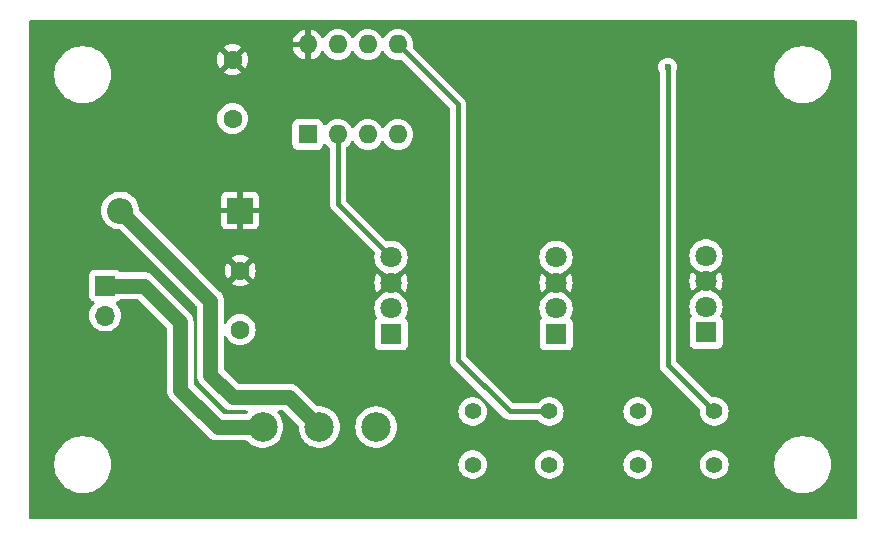
<source format=gbr>
%TF.GenerationSoftware,KiCad,Pcbnew,8.0.6-8.0.6-0~ubuntu24.04.1*%
%TF.CreationDate,2024-10-29T13:24:51-04:00*%
%TF.ProjectId,girl_scouts_blinker,6769726c-5f73-4636-9f75-74735f626c69,rev?*%
%TF.SameCoordinates,Original*%
%TF.FileFunction,Copper,L2,Bot*%
%TF.FilePolarity,Positive*%
%FSLAX46Y46*%
G04 Gerber Fmt 4.6, Leading zero omitted, Abs format (unit mm)*
G04 Created by KiCad (PCBNEW 8.0.6-8.0.6-0~ubuntu24.04.1) date 2024-10-29 13:24:51*
%MOMM*%
%LPD*%
G01*
G04 APERTURE LIST*
%TA.AperFunction,ComponentPad*%
%ADD10C,2.500000*%
%TD*%
%TA.AperFunction,ComponentPad*%
%ADD11R,1.800000X1.800000*%
%TD*%
%TA.AperFunction,ComponentPad*%
%ADD12C,1.800000*%
%TD*%
%TA.AperFunction,ComponentPad*%
%ADD13R,1.700000X1.700000*%
%TD*%
%TA.AperFunction,ComponentPad*%
%ADD14O,1.700000X1.700000*%
%TD*%
%TA.AperFunction,ComponentPad*%
%ADD15C,1.600000*%
%TD*%
%TA.AperFunction,ComponentPad*%
%ADD16R,2.200000X2.200000*%
%TD*%
%TA.AperFunction,ComponentPad*%
%ADD17O,2.200000X2.200000*%
%TD*%
%TA.AperFunction,ComponentPad*%
%ADD18R,1.600000X1.600000*%
%TD*%
%TA.AperFunction,ComponentPad*%
%ADD19O,1.600000X1.600000*%
%TD*%
%TA.AperFunction,ComponentPad*%
%ADD20C,1.397000*%
%TD*%
%TA.AperFunction,ViaPad*%
%ADD21C,0.600000*%
%TD*%
%TA.AperFunction,Conductor*%
%ADD22C,0.381000*%
%TD*%
%TA.AperFunction,Conductor*%
%ADD23C,1.270000*%
%TD*%
G04 APERTURE END LIST*
D10*
%TO.P,SW3,1,A*%
%TO.N,+6V*%
X63500000Y-78105000D03*
%TO.P,SW3,2,B*%
%TO.N,Net-(D2-A)*%
X68300000Y-78105000D03*
%TO.P,SW3,3*%
%TO.N,N/C*%
X73100000Y-78105000D03*
%TD*%
D11*
%TO.P,D3,1,DOUT*%
%TO.N,Net-(D3-DOUT)*%
X88341200Y-70199850D03*
D12*
%TO.P,D3,2,GND*%
%TO.N,GND*%
X88341200Y-68040850D03*
%TO.P,D3,3,VDD*%
%TO.N,+5V*%
X88341200Y-65881850D03*
%TO.P,D3,4,DIN*%
%TO.N,Net-(D1-DOUT)*%
X88341200Y-63722850D03*
%TD*%
D13*
%TO.P,BT1,1,+*%
%TO.N,+6V*%
X50165000Y-66120000D03*
D14*
%TO.P,BT1,2,-*%
%TO.N,GND*%
X50165000Y-68660000D03*
%TD*%
D11*
%TO.P,D4,1,DOUT*%
%TO.N,unconnected-(D4-DOUT-Pad1)*%
X101041200Y-70072850D03*
D12*
%TO.P,D4,2,GND*%
%TO.N,GND*%
X101041200Y-67913850D03*
%TO.P,D4,3,VDD*%
%TO.N,+5V*%
X101041200Y-65754850D03*
%TO.P,D4,4,DIN*%
%TO.N,Net-(D3-DOUT)*%
X101041200Y-63595850D03*
%TD*%
D15*
%TO.P,C2,1*%
%TO.N,+5V*%
X60960000Y-46990000D03*
%TO.P,C2,2*%
%TO.N,GND*%
X60960000Y-51990000D03*
%TD*%
D11*
%TO.P,D1,1,DOUT*%
%TO.N,Net-(D1-DOUT)*%
X74371200Y-70199850D03*
D12*
%TO.P,D1,2,GND*%
%TO.N,GND*%
X74371200Y-68040850D03*
%TO.P,D1,3,VDD*%
%TO.N,+5V*%
X74371200Y-65881850D03*
%TO.P,D1,4,DIN*%
%TO.N,Net-(D1-DIN)*%
X74371200Y-63722850D03*
%TD*%
D16*
%TO.P,D2,1,K*%
%TO.N,+5V*%
X61595000Y-59770000D03*
D17*
%TO.P,D2,2,A*%
%TO.N,Net-(D2-A)*%
X51435000Y-59770000D03*
%TD*%
D18*
%TO.P,U1,1,~{RESET}/PB5*%
%TO.N,unconnected-(U1-~{RESET}{slash}PB5-Pad1)*%
X67320000Y-53330000D03*
D19*
%TO.P,U1,2,XTAL1/PB3*%
%TO.N,Net-(D1-DIN)*%
X69860000Y-53330000D03*
%TO.P,U1,3,XTAL2/PB4*%
%TO.N,unconnected-(U1-XTAL2{slash}PB4-Pad3)*%
X72400000Y-53330000D03*
%TO.P,U1,4,GND*%
%TO.N,GND*%
X74940000Y-53330000D03*
%TO.P,U1,5,AREF/PB0*%
%TO.N,/MOSI*%
X74940000Y-45710000D03*
%TO.P,U1,6,PB1*%
%TO.N,/MISO*%
X72400000Y-45710000D03*
%TO.P,U1,7,PB2*%
%TO.N,/SCK*%
X69860000Y-45710000D03*
%TO.P,U1,8,VCC*%
%TO.N,+5V*%
X67320000Y-45710000D03*
%TD*%
D20*
%TO.P,SW2,1,1*%
%TO.N,/MISO*%
X101752400Y-76784200D03*
%TO.P,SW2,2,2*%
%TO.N,GND*%
X101752400Y-81280000D03*
%TO.P,SW2,3*%
%TO.N,N/C*%
X95250000Y-81280000D03*
%TO.P,SW2,4*%
X95250000Y-76784200D03*
%TD*%
D15*
%TO.P,C1,1*%
%TO.N,+5V*%
X61595000Y-64850000D03*
%TO.P,C1,2*%
%TO.N,GND*%
X61595000Y-69850000D03*
%TD*%
D20*
%TO.P,SW1,1,1*%
%TO.N,/MOSI*%
X87782400Y-76784200D03*
%TO.P,SW1,2,2*%
%TO.N,GND*%
X87782400Y-81280000D03*
%TO.P,SW1,3*%
%TO.N,N/C*%
X81280000Y-81280000D03*
%TO.P,SW1,4*%
X81280000Y-76784200D03*
%TD*%
D21*
%TO.N,/MISO*%
X97790000Y-47625000D03*
%TD*%
D22*
%TO.N,/MISO*%
X97790000Y-47625000D02*
X97790000Y-72821800D01*
X97790000Y-72821800D02*
X101752400Y-76784200D01*
%TO.N,/MOSI*%
X80010000Y-50780000D02*
X80010000Y-72390000D01*
X74940000Y-45710000D02*
X80010000Y-50780000D01*
X80010000Y-72390000D02*
X84404200Y-76784200D01*
X84404200Y-76784200D02*
X87782400Y-76784200D01*
%TO.N,Net-(D1-DIN)*%
X69860000Y-53330000D02*
X69860000Y-59211650D01*
X69860000Y-59211650D02*
X74371200Y-63722850D01*
D23*
%TO.N,Net-(D2-A)*%
X51435000Y-59770000D02*
X59055000Y-67390000D01*
X59055000Y-67390000D02*
X59055000Y-73660000D01*
X59055000Y-73660000D02*
X60960000Y-75565000D01*
X60960000Y-75565000D02*
X65760000Y-75565000D01*
X65760000Y-75565000D02*
X68300000Y-78105000D01*
%TO.N,+6V*%
X50165000Y-66120000D02*
X53420000Y-66120000D01*
X59690000Y-78105000D02*
X63500000Y-78105000D01*
X53420000Y-66120000D02*
X56515000Y-69215000D01*
X56515000Y-69215000D02*
X56515000Y-74930000D01*
X56515000Y-74930000D02*
X59690000Y-78105000D01*
%TD*%
%TA.AperFunction,Conductor*%
%TO.N,+5V*%
G36*
X113742539Y-43700185D02*
G01*
X113788294Y-43752989D01*
X113799500Y-43804500D01*
X113799500Y-85735500D01*
X113779815Y-85802539D01*
X113727011Y-85848294D01*
X113675500Y-85859500D01*
X43804500Y-85859500D01*
X43737461Y-85839815D01*
X43691706Y-85787011D01*
X43680500Y-85735500D01*
X43680500Y-81145186D01*
X45859500Y-81145186D01*
X45859500Y-81414813D01*
X45889686Y-81682719D01*
X45889688Y-81682731D01*
X45949684Y-81945594D01*
X45949687Y-81945602D01*
X46038734Y-82200082D01*
X46155714Y-82442994D01*
X46155716Y-82442997D01*
X46299162Y-82671289D01*
X46467266Y-82882085D01*
X46657915Y-83072734D01*
X46868711Y-83240838D01*
X47097003Y-83384284D01*
X47339921Y-83501267D01*
X47531049Y-83568145D01*
X47594397Y-83590312D01*
X47594405Y-83590315D01*
X47594408Y-83590315D01*
X47594409Y-83590316D01*
X47857268Y-83650312D01*
X48125187Y-83680499D01*
X48125188Y-83680500D01*
X48125191Y-83680500D01*
X48394812Y-83680500D01*
X48394812Y-83680499D01*
X48662732Y-83650312D01*
X48925591Y-83590316D01*
X49180079Y-83501267D01*
X49422997Y-83384284D01*
X49651289Y-83240838D01*
X49862085Y-83072734D01*
X50052734Y-82882085D01*
X50220838Y-82671289D01*
X50364284Y-82442997D01*
X50481267Y-82200079D01*
X50570316Y-81945591D01*
X50630312Y-81682732D01*
X50660500Y-81414809D01*
X50660500Y-81279999D01*
X80075863Y-81279999D01*
X80075863Y-81280000D01*
X80096365Y-81501259D01*
X80096366Y-81501261D01*
X80157174Y-81714979D01*
X80157180Y-81714994D01*
X80256222Y-81913896D01*
X80390133Y-82091224D01*
X80554344Y-82240921D01*
X80554346Y-82240923D01*
X80743266Y-82357897D01*
X80743272Y-82357900D01*
X80772206Y-82369109D01*
X80950472Y-82438170D01*
X81168896Y-82479000D01*
X81168899Y-82479000D01*
X81391101Y-82479000D01*
X81391104Y-82479000D01*
X81609528Y-82438170D01*
X81816730Y-82357899D01*
X82005655Y-82240922D01*
X82169868Y-82091222D01*
X82303778Y-81913896D01*
X82402824Y-81714984D01*
X82463634Y-81501260D01*
X82484137Y-81280000D01*
X82484137Y-81279999D01*
X86578263Y-81279999D01*
X86578263Y-81280000D01*
X86598765Y-81501259D01*
X86598766Y-81501261D01*
X86659574Y-81714979D01*
X86659580Y-81714994D01*
X86758622Y-81913896D01*
X86892533Y-82091224D01*
X87056744Y-82240921D01*
X87056746Y-82240923D01*
X87245666Y-82357897D01*
X87245672Y-82357900D01*
X87274606Y-82369109D01*
X87452872Y-82438170D01*
X87671296Y-82479000D01*
X87671299Y-82479000D01*
X87893501Y-82479000D01*
X87893504Y-82479000D01*
X88111928Y-82438170D01*
X88319130Y-82357899D01*
X88508055Y-82240922D01*
X88672268Y-82091222D01*
X88806178Y-81913896D01*
X88905224Y-81714984D01*
X88966034Y-81501260D01*
X88986537Y-81280000D01*
X88986537Y-81279999D01*
X94045863Y-81279999D01*
X94045863Y-81280000D01*
X94066365Y-81501259D01*
X94066366Y-81501261D01*
X94127174Y-81714979D01*
X94127180Y-81714994D01*
X94226222Y-81913896D01*
X94360133Y-82091224D01*
X94524344Y-82240921D01*
X94524346Y-82240923D01*
X94713266Y-82357897D01*
X94713272Y-82357900D01*
X94742206Y-82369109D01*
X94920472Y-82438170D01*
X95138896Y-82479000D01*
X95138899Y-82479000D01*
X95361101Y-82479000D01*
X95361104Y-82479000D01*
X95579528Y-82438170D01*
X95786730Y-82357899D01*
X95975655Y-82240922D01*
X96139868Y-82091222D01*
X96273778Y-81913896D01*
X96372824Y-81714984D01*
X96433634Y-81501260D01*
X96454137Y-81280000D01*
X96454137Y-81279999D01*
X100548263Y-81279999D01*
X100548263Y-81280000D01*
X100568765Y-81501259D01*
X100568766Y-81501261D01*
X100629574Y-81714979D01*
X100629580Y-81714994D01*
X100728622Y-81913896D01*
X100862533Y-82091224D01*
X101026744Y-82240921D01*
X101026746Y-82240923D01*
X101215666Y-82357897D01*
X101215672Y-82357900D01*
X101244606Y-82369109D01*
X101422872Y-82438170D01*
X101641296Y-82479000D01*
X101641299Y-82479000D01*
X101863501Y-82479000D01*
X101863504Y-82479000D01*
X102081928Y-82438170D01*
X102289130Y-82357899D01*
X102478055Y-82240922D01*
X102642268Y-82091222D01*
X102776178Y-81913896D01*
X102875224Y-81714984D01*
X102936034Y-81501260D01*
X102956537Y-81280000D01*
X102944044Y-81145186D01*
X106819500Y-81145186D01*
X106819500Y-81414813D01*
X106849686Y-81682719D01*
X106849688Y-81682731D01*
X106909684Y-81945594D01*
X106909687Y-81945602D01*
X106998734Y-82200082D01*
X107115714Y-82442994D01*
X107115716Y-82442997D01*
X107259162Y-82671289D01*
X107427266Y-82882085D01*
X107617915Y-83072734D01*
X107828711Y-83240838D01*
X108057003Y-83384284D01*
X108299921Y-83501267D01*
X108491049Y-83568145D01*
X108554397Y-83590312D01*
X108554405Y-83590315D01*
X108554408Y-83590315D01*
X108554409Y-83590316D01*
X108817268Y-83650312D01*
X109085187Y-83680499D01*
X109085188Y-83680500D01*
X109085191Y-83680500D01*
X109354812Y-83680500D01*
X109354812Y-83680499D01*
X109622732Y-83650312D01*
X109885591Y-83590316D01*
X110140079Y-83501267D01*
X110382997Y-83384284D01*
X110611289Y-83240838D01*
X110822085Y-83072734D01*
X111012734Y-82882085D01*
X111180838Y-82671289D01*
X111324284Y-82442997D01*
X111441267Y-82200079D01*
X111530316Y-81945591D01*
X111590312Y-81682732D01*
X111620500Y-81414809D01*
X111620500Y-81145191D01*
X111590312Y-80877268D01*
X111530316Y-80614409D01*
X111441267Y-80359921D01*
X111324284Y-80117003D01*
X111180838Y-79888711D01*
X111012734Y-79677915D01*
X110822085Y-79487266D01*
X110611289Y-79319162D01*
X110382997Y-79175716D01*
X110382994Y-79175714D01*
X110140082Y-79058734D01*
X109885602Y-78969687D01*
X109885594Y-78969684D01*
X109688446Y-78924687D01*
X109622732Y-78909688D01*
X109622728Y-78909687D01*
X109622719Y-78909686D01*
X109354813Y-78879500D01*
X109354809Y-78879500D01*
X109085191Y-78879500D01*
X109085186Y-78879500D01*
X108817280Y-78909686D01*
X108817268Y-78909688D01*
X108554405Y-78969684D01*
X108554397Y-78969687D01*
X108299917Y-79058734D01*
X108057005Y-79175714D01*
X107828712Y-79319161D01*
X107617915Y-79487265D01*
X107427265Y-79677915D01*
X107259161Y-79888712D01*
X107115714Y-80117005D01*
X106998734Y-80359917D01*
X106909687Y-80614397D01*
X106909684Y-80614405D01*
X106849688Y-80877268D01*
X106849686Y-80877280D01*
X106819500Y-81145186D01*
X102944044Y-81145186D01*
X102936034Y-81058740D01*
X102936033Y-81058738D01*
X102884400Y-80877268D01*
X102875224Y-80845016D01*
X102776178Y-80646104D01*
X102642268Y-80468778D01*
X102642266Y-80468775D01*
X102478055Y-80319078D01*
X102478053Y-80319076D01*
X102289133Y-80202102D01*
X102289127Y-80202099D01*
X102181480Y-80160397D01*
X102081928Y-80121830D01*
X101863504Y-80081000D01*
X101641296Y-80081000D01*
X101422872Y-80121830D01*
X101373095Y-80141113D01*
X101215672Y-80202099D01*
X101215666Y-80202102D01*
X101026746Y-80319076D01*
X101026744Y-80319078D01*
X100862533Y-80468775D01*
X100728622Y-80646103D01*
X100629580Y-80845005D01*
X100629574Y-80845020D01*
X100568766Y-81058738D01*
X100568765Y-81058740D01*
X100548263Y-81279999D01*
X96454137Y-81279999D01*
X96441644Y-81145186D01*
X96433634Y-81058740D01*
X96433633Y-81058738D01*
X96382000Y-80877268D01*
X96372824Y-80845016D01*
X96273778Y-80646104D01*
X96139868Y-80468778D01*
X96139866Y-80468775D01*
X95975655Y-80319078D01*
X95975653Y-80319076D01*
X95786733Y-80202102D01*
X95786727Y-80202099D01*
X95679080Y-80160397D01*
X95579528Y-80121830D01*
X95361104Y-80081000D01*
X95138896Y-80081000D01*
X94920472Y-80121830D01*
X94870695Y-80141113D01*
X94713272Y-80202099D01*
X94713266Y-80202102D01*
X94524346Y-80319076D01*
X94524344Y-80319078D01*
X94360133Y-80468775D01*
X94226222Y-80646103D01*
X94127180Y-80845005D01*
X94127174Y-80845020D01*
X94066366Y-81058738D01*
X94066365Y-81058740D01*
X94045863Y-81279999D01*
X88986537Y-81279999D01*
X88974044Y-81145186D01*
X88966034Y-81058740D01*
X88966033Y-81058738D01*
X88914400Y-80877268D01*
X88905224Y-80845016D01*
X88806178Y-80646104D01*
X88672268Y-80468778D01*
X88672266Y-80468775D01*
X88508055Y-80319078D01*
X88508053Y-80319076D01*
X88319133Y-80202102D01*
X88319127Y-80202099D01*
X88211480Y-80160397D01*
X88111928Y-80121830D01*
X87893504Y-80081000D01*
X87671296Y-80081000D01*
X87452872Y-80121830D01*
X87403095Y-80141113D01*
X87245672Y-80202099D01*
X87245666Y-80202102D01*
X87056746Y-80319076D01*
X87056744Y-80319078D01*
X86892533Y-80468775D01*
X86758622Y-80646103D01*
X86659580Y-80845005D01*
X86659574Y-80845020D01*
X86598766Y-81058738D01*
X86598765Y-81058740D01*
X86578263Y-81279999D01*
X82484137Y-81279999D01*
X82471644Y-81145186D01*
X82463634Y-81058740D01*
X82463633Y-81058738D01*
X82412000Y-80877268D01*
X82402824Y-80845016D01*
X82303778Y-80646104D01*
X82169868Y-80468778D01*
X82169866Y-80468775D01*
X82005655Y-80319078D01*
X82005653Y-80319076D01*
X81816733Y-80202102D01*
X81816727Y-80202099D01*
X81709080Y-80160397D01*
X81609528Y-80121830D01*
X81391104Y-80081000D01*
X81168896Y-80081000D01*
X80950472Y-80121830D01*
X80900695Y-80141113D01*
X80743272Y-80202099D01*
X80743266Y-80202102D01*
X80554346Y-80319076D01*
X80554344Y-80319078D01*
X80390133Y-80468775D01*
X80256222Y-80646103D01*
X80157180Y-80845005D01*
X80157174Y-80845020D01*
X80096366Y-81058738D01*
X80096365Y-81058740D01*
X80075863Y-81279999D01*
X50660500Y-81279999D01*
X50660500Y-81145191D01*
X50630312Y-80877268D01*
X50570316Y-80614409D01*
X50481267Y-80359921D01*
X50364284Y-80117003D01*
X50220838Y-79888711D01*
X50052734Y-79677915D01*
X49862085Y-79487266D01*
X49651289Y-79319162D01*
X49422997Y-79175716D01*
X49422994Y-79175714D01*
X49180082Y-79058734D01*
X48925602Y-78969687D01*
X48925594Y-78969684D01*
X48728446Y-78924687D01*
X48662732Y-78909688D01*
X48662728Y-78909687D01*
X48662719Y-78909686D01*
X48394813Y-78879500D01*
X48394809Y-78879500D01*
X48125191Y-78879500D01*
X48125186Y-78879500D01*
X47857280Y-78909686D01*
X47857268Y-78909688D01*
X47594405Y-78969684D01*
X47594397Y-78969687D01*
X47339917Y-79058734D01*
X47097005Y-79175714D01*
X46868712Y-79319161D01*
X46657915Y-79487265D01*
X46467265Y-79677915D01*
X46299161Y-79888712D01*
X46155714Y-80117005D01*
X46038734Y-80359917D01*
X45949687Y-80614397D01*
X45949684Y-80614405D01*
X45889688Y-80877268D01*
X45889686Y-80877280D01*
X45859500Y-81145186D01*
X43680500Y-81145186D01*
X43680500Y-68659999D01*
X48809341Y-68659999D01*
X48809341Y-68660000D01*
X48829936Y-68895403D01*
X48829938Y-68895413D01*
X48891094Y-69123655D01*
X48891096Y-69123659D01*
X48891097Y-69123663D01*
X48950932Y-69251979D01*
X48990965Y-69337830D01*
X48990967Y-69337834D01*
X49036949Y-69403502D01*
X49126505Y-69531401D01*
X49293599Y-69698495D01*
X49310520Y-69710343D01*
X49487165Y-69834032D01*
X49487167Y-69834033D01*
X49487170Y-69834035D01*
X49701337Y-69933903D01*
X49929592Y-69995063D01*
X50117918Y-70011539D01*
X50164999Y-70015659D01*
X50165000Y-70015659D01*
X50165001Y-70015659D01*
X50204234Y-70012226D01*
X50400408Y-69995063D01*
X50628663Y-69933903D01*
X50842830Y-69834035D01*
X51036401Y-69698495D01*
X51203495Y-69531401D01*
X51339035Y-69337830D01*
X51438903Y-69123663D01*
X51500063Y-68895408D01*
X51520659Y-68660000D01*
X51518091Y-68630654D01*
X51500063Y-68424596D01*
X51500063Y-68424592D01*
X51438903Y-68196337D01*
X51339035Y-67982171D01*
X51291196Y-67913850D01*
X51203496Y-67788600D01*
X51203495Y-67788599D01*
X51081567Y-67666671D01*
X51048084Y-67605351D01*
X51053068Y-67535659D01*
X51094939Y-67479725D01*
X51125915Y-67462810D01*
X51257331Y-67413796D01*
X51372546Y-67327546D01*
X51389282Y-67305190D01*
X51445215Y-67263318D01*
X51488549Y-67255500D01*
X52898299Y-67255500D01*
X52965338Y-67275185D01*
X52985980Y-67291819D01*
X55343181Y-69649020D01*
X55376666Y-69710343D01*
X55379500Y-69736701D01*
X55379500Y-75019370D01*
X55407458Y-75195893D01*
X55449146Y-75324194D01*
X55462688Y-75365875D01*
X55462691Y-75365881D01*
X55543833Y-75525132D01*
X55617140Y-75626030D01*
X55637727Y-75654364D01*
X55637727Y-75654366D01*
X55645408Y-75664936D01*
X55648889Y-75669728D01*
X58823889Y-78844728D01*
X58950272Y-78971111D01*
X59046669Y-79041148D01*
X59094869Y-79076168D01*
X59177708Y-79118375D01*
X59254119Y-79157309D01*
X59295802Y-79170851D01*
X59295804Y-79170853D01*
X59295805Y-79170853D01*
X59310772Y-79175716D01*
X59424103Y-79212541D01*
X59499759Y-79224523D01*
X59600630Y-79240500D01*
X59600634Y-79240500D01*
X59779366Y-79240500D01*
X62106843Y-79240500D01*
X62173882Y-79260185D01*
X62203790Y-79287187D01*
X62213198Y-79298985D01*
X62394753Y-79467441D01*
X62405521Y-79477433D01*
X62622296Y-79625228D01*
X62622301Y-79625230D01*
X62622302Y-79625231D01*
X62622303Y-79625232D01*
X62731702Y-79677915D01*
X62858673Y-79739061D01*
X62858674Y-79739061D01*
X62858677Y-79739063D01*
X63109385Y-79816396D01*
X63368818Y-79855500D01*
X63631182Y-79855500D01*
X63890615Y-79816396D01*
X64141323Y-79739063D01*
X64377704Y-79625228D01*
X64594479Y-79477433D01*
X64786805Y-79298981D01*
X64950386Y-79093857D01*
X65081568Y-78866643D01*
X65177420Y-78622416D01*
X65235802Y-78366630D01*
X65255408Y-78105000D01*
X65246562Y-77986958D01*
X65235803Y-77843379D01*
X65235802Y-77843374D01*
X65235802Y-77843370D01*
X65177420Y-77587584D01*
X65081568Y-77343357D01*
X64950386Y-77116143D01*
X64786805Y-76911019D01*
X64786797Y-76911012D01*
X64784780Y-76908837D01*
X64784306Y-76907886D01*
X64783912Y-76907392D01*
X64784017Y-76907307D01*
X64753615Y-76846303D01*
X64761205Y-76776846D01*
X64805142Y-76722520D01*
X64871474Y-76700571D01*
X64875683Y-76700500D01*
X65238299Y-76700500D01*
X65305338Y-76720185D01*
X65325980Y-76736819D01*
X66514795Y-77925635D01*
X66548280Y-77986958D01*
X66550767Y-78022581D01*
X66544592Y-78104994D01*
X66544592Y-78105004D01*
X66564196Y-78366620D01*
X66564197Y-78366625D01*
X66622576Y-78622402D01*
X66622578Y-78622411D01*
X66622580Y-78622416D01*
X66718432Y-78866643D01*
X66849614Y-79093857D01*
X66966558Y-79240500D01*
X67013198Y-79298985D01*
X67194753Y-79467441D01*
X67205521Y-79477433D01*
X67422296Y-79625228D01*
X67422301Y-79625230D01*
X67422302Y-79625231D01*
X67422303Y-79625232D01*
X67531702Y-79677915D01*
X67658673Y-79739061D01*
X67658674Y-79739061D01*
X67658677Y-79739063D01*
X67909385Y-79816396D01*
X68168818Y-79855500D01*
X68431182Y-79855500D01*
X68690615Y-79816396D01*
X68941323Y-79739063D01*
X69177704Y-79625228D01*
X69394479Y-79477433D01*
X69586805Y-79298981D01*
X69750386Y-79093857D01*
X69881568Y-78866643D01*
X69977420Y-78622416D01*
X70035802Y-78366630D01*
X70055408Y-78105000D01*
X70055408Y-78104995D01*
X71344592Y-78104995D01*
X71344592Y-78105004D01*
X71364196Y-78366620D01*
X71364197Y-78366625D01*
X71422576Y-78622402D01*
X71422578Y-78622411D01*
X71422580Y-78622416D01*
X71518432Y-78866643D01*
X71649614Y-79093857D01*
X71766558Y-79240500D01*
X71813198Y-79298985D01*
X71994753Y-79467441D01*
X72005521Y-79477433D01*
X72222296Y-79625228D01*
X72222301Y-79625230D01*
X72222302Y-79625231D01*
X72222303Y-79625232D01*
X72331702Y-79677915D01*
X72458673Y-79739061D01*
X72458674Y-79739061D01*
X72458677Y-79739063D01*
X72709385Y-79816396D01*
X72968818Y-79855500D01*
X73231182Y-79855500D01*
X73490615Y-79816396D01*
X73741323Y-79739063D01*
X73977704Y-79625228D01*
X74194479Y-79477433D01*
X74386805Y-79298981D01*
X74550386Y-79093857D01*
X74681568Y-78866643D01*
X74777420Y-78622416D01*
X74835802Y-78366630D01*
X74855408Y-78105000D01*
X74846562Y-77986958D01*
X74835803Y-77843379D01*
X74835802Y-77843374D01*
X74835802Y-77843370D01*
X74777420Y-77587584D01*
X74681568Y-77343357D01*
X74550386Y-77116143D01*
X74386805Y-76911019D01*
X74386804Y-76911018D01*
X74386801Y-76911014D01*
X74250126Y-76784199D01*
X80075863Y-76784199D01*
X80075863Y-76784200D01*
X80096365Y-77005459D01*
X80096366Y-77005461D01*
X80157174Y-77219179D01*
X80157180Y-77219194D01*
X80256222Y-77418096D01*
X80390133Y-77595424D01*
X80554344Y-77745121D01*
X80554346Y-77745123D01*
X80743266Y-77862097D01*
X80743272Y-77862100D01*
X80772206Y-77873309D01*
X80950472Y-77942370D01*
X81168896Y-77983200D01*
X81168899Y-77983200D01*
X81391101Y-77983200D01*
X81391104Y-77983200D01*
X81609528Y-77942370D01*
X81816730Y-77862099D01*
X82005655Y-77745122D01*
X82145200Y-77617909D01*
X82169866Y-77595424D01*
X82175777Y-77587597D01*
X82303778Y-77418096D01*
X82402824Y-77219184D01*
X82463634Y-77005460D01*
X82484137Y-76784200D01*
X82479746Y-76736819D01*
X82463634Y-76562940D01*
X82463633Y-76562938D01*
X82456016Y-76536168D01*
X82402824Y-76349216D01*
X82395653Y-76334815D01*
X82354548Y-76252265D01*
X82303778Y-76150304D01*
X82169868Y-75972978D01*
X82169866Y-75972975D01*
X82005655Y-75823278D01*
X82005653Y-75823276D01*
X81816733Y-75706302D01*
X81816727Y-75706299D01*
X81682671Y-75654366D01*
X81609528Y-75626030D01*
X81391104Y-75585200D01*
X81168896Y-75585200D01*
X80950472Y-75626030D01*
X80900695Y-75645313D01*
X80743272Y-75706299D01*
X80743266Y-75706302D01*
X80554346Y-75823276D01*
X80554344Y-75823278D01*
X80390133Y-75972975D01*
X80256222Y-76150303D01*
X80157180Y-76349205D01*
X80157174Y-76349220D01*
X80096366Y-76562938D01*
X80096365Y-76562940D01*
X80075863Y-76784199D01*
X74250126Y-76784199D01*
X74194479Y-76732567D01*
X74176318Y-76720185D01*
X73977704Y-76584772D01*
X73977700Y-76584770D01*
X73977697Y-76584768D01*
X73977696Y-76584767D01*
X73741325Y-76470938D01*
X73741327Y-76470938D01*
X73490623Y-76393606D01*
X73490619Y-76393605D01*
X73490615Y-76393604D01*
X73365823Y-76374794D01*
X73231187Y-76354500D01*
X73231182Y-76354500D01*
X72968818Y-76354500D01*
X72968812Y-76354500D01*
X72807247Y-76378853D01*
X72709385Y-76393604D01*
X72709382Y-76393605D01*
X72709376Y-76393606D01*
X72458673Y-76470938D01*
X72222303Y-76584767D01*
X72222302Y-76584768D01*
X72005520Y-76732567D01*
X71813198Y-76911014D01*
X71649614Y-77116143D01*
X71518432Y-77343356D01*
X71422582Y-77587578D01*
X71422576Y-77587597D01*
X71364197Y-77843374D01*
X71364196Y-77843379D01*
X71344592Y-78104995D01*
X70055408Y-78104995D01*
X70046562Y-77986958D01*
X70035803Y-77843379D01*
X70035802Y-77843374D01*
X70035802Y-77843370D01*
X69977420Y-77587584D01*
X69881568Y-77343357D01*
X69750386Y-77116143D01*
X69586805Y-76911019D01*
X69586804Y-76911018D01*
X69586801Y-76911014D01*
X69394479Y-76732567D01*
X69376318Y-76720185D01*
X69177704Y-76584772D01*
X69177700Y-76584770D01*
X69177697Y-76584768D01*
X69177696Y-76584767D01*
X68941325Y-76470938D01*
X68941327Y-76470938D01*
X68690623Y-76393606D01*
X68690619Y-76393605D01*
X68690615Y-76393604D01*
X68565823Y-76374794D01*
X68431187Y-76354500D01*
X68431182Y-76354500D01*
X68206702Y-76354500D01*
X68139663Y-76334815D01*
X68119021Y-76318181D01*
X66499730Y-74698891D01*
X66499729Y-74698890D01*
X66355132Y-74593833D01*
X66195881Y-74512691D01*
X66195875Y-74512688D01*
X66154194Y-74499146D01*
X66087453Y-74477460D01*
X66025897Y-74457459D01*
X66025895Y-74457458D01*
X66025894Y-74457458D01*
X65849370Y-74429500D01*
X65849366Y-74429500D01*
X61481701Y-74429500D01*
X61414662Y-74409815D01*
X61394020Y-74393181D01*
X60226819Y-73225980D01*
X60193334Y-73164657D01*
X60190500Y-73138299D01*
X60190500Y-70474612D01*
X60210185Y-70407573D01*
X60262989Y-70361818D01*
X60332147Y-70351874D01*
X60395703Y-70380899D01*
X60426880Y-70422204D01*
X60460680Y-70494688D01*
X60464431Y-70502732D01*
X60464432Y-70502734D01*
X60594954Y-70689141D01*
X60755858Y-70850045D01*
X60755861Y-70850047D01*
X60942266Y-70980568D01*
X61148504Y-71076739D01*
X61368308Y-71135635D01*
X61506509Y-71147726D01*
X61594998Y-71155468D01*
X61595000Y-71155468D01*
X61595002Y-71155468D01*
X61651673Y-71150509D01*
X61821692Y-71135635D01*
X62041496Y-71076739D01*
X62247734Y-70980568D01*
X62434139Y-70850047D01*
X62595047Y-70689139D01*
X62725568Y-70502734D01*
X62821739Y-70296496D01*
X62880635Y-70076692D01*
X62900468Y-69850000D01*
X62880635Y-69623308D01*
X62821739Y-69403504D01*
X62725568Y-69197266D01*
X62595047Y-69010861D01*
X62595045Y-69010858D01*
X62434141Y-68849954D01*
X62247734Y-68719432D01*
X62247732Y-68719431D01*
X62041497Y-68623261D01*
X62041488Y-68623258D01*
X61821697Y-68564366D01*
X61821693Y-68564365D01*
X61821692Y-68564365D01*
X61821691Y-68564364D01*
X61821686Y-68564364D01*
X61595002Y-68544532D01*
X61594998Y-68544532D01*
X61368313Y-68564364D01*
X61368302Y-68564366D01*
X61148511Y-68623258D01*
X61148502Y-68623261D01*
X60942267Y-68719431D01*
X60942265Y-68719432D01*
X60755858Y-68849954D01*
X60594954Y-69010858D01*
X60464432Y-69197265D01*
X60464431Y-69197267D01*
X60426882Y-69277792D01*
X60380709Y-69330231D01*
X60313516Y-69349383D01*
X60246635Y-69329167D01*
X60201300Y-69276002D01*
X60190500Y-69225387D01*
X60190500Y-67300634D01*
X60183351Y-67255500D01*
X60162540Y-67124103D01*
X60162539Y-67124099D01*
X60162539Y-67124098D01*
X60107310Y-66954121D01*
X60107308Y-66954118D01*
X60069512Y-66879937D01*
X60026167Y-66794868D01*
X59941658Y-66678552D01*
X59921111Y-66650271D01*
X58120837Y-64849997D01*
X60290034Y-64849997D01*
X60290034Y-64850002D01*
X60309858Y-65076599D01*
X60309860Y-65076610D01*
X60368730Y-65296317D01*
X60368735Y-65296331D01*
X60464863Y-65502478D01*
X60515974Y-65575472D01*
X61195000Y-64896446D01*
X61195000Y-64902661D01*
X61222259Y-65004394D01*
X61274920Y-65095606D01*
X61349394Y-65170080D01*
X61440606Y-65222741D01*
X61542339Y-65250000D01*
X61548553Y-65250000D01*
X60869526Y-65929025D01*
X60942513Y-65980132D01*
X60942521Y-65980136D01*
X61148668Y-66076264D01*
X61148682Y-66076269D01*
X61368389Y-66135139D01*
X61368400Y-66135141D01*
X61594998Y-66154966D01*
X61595002Y-66154966D01*
X61821599Y-66135141D01*
X61821610Y-66135139D01*
X62041317Y-66076269D01*
X62041331Y-66076264D01*
X62247478Y-65980136D01*
X62320471Y-65929024D01*
X61641447Y-65250000D01*
X61647661Y-65250000D01*
X61749394Y-65222741D01*
X61840606Y-65170080D01*
X61915080Y-65095606D01*
X61967741Y-65004394D01*
X61995000Y-64902661D01*
X61995000Y-64896447D01*
X62674024Y-65575471D01*
X62725136Y-65502478D01*
X62821264Y-65296331D01*
X62821269Y-65296317D01*
X62880139Y-65076610D01*
X62880141Y-65076599D01*
X62899966Y-64850002D01*
X62899966Y-64849997D01*
X62880141Y-64623400D01*
X62880139Y-64623389D01*
X62821269Y-64403682D01*
X62821264Y-64403668D01*
X62725136Y-64197521D01*
X62725132Y-64197513D01*
X62674025Y-64124526D01*
X61995000Y-64803551D01*
X61995000Y-64797339D01*
X61967741Y-64695606D01*
X61915080Y-64604394D01*
X61840606Y-64529920D01*
X61749394Y-64477259D01*
X61647661Y-64450000D01*
X61641448Y-64450000D01*
X62320472Y-63770974D01*
X62247478Y-63719863D01*
X62041331Y-63623735D01*
X62041317Y-63623730D01*
X61821610Y-63564860D01*
X61821599Y-63564858D01*
X61595002Y-63545034D01*
X61594998Y-63545034D01*
X61368400Y-63564858D01*
X61368389Y-63564860D01*
X61148682Y-63623730D01*
X61148673Y-63623734D01*
X60942516Y-63719866D01*
X60942512Y-63719868D01*
X60869526Y-63770973D01*
X60869526Y-63770974D01*
X61548553Y-64450000D01*
X61542339Y-64450000D01*
X61440606Y-64477259D01*
X61349394Y-64529920D01*
X61274920Y-64604394D01*
X61222259Y-64695606D01*
X61195000Y-64797339D01*
X61195000Y-64803552D01*
X60515974Y-64124526D01*
X60515973Y-64124526D01*
X60464868Y-64197512D01*
X60464866Y-64197516D01*
X60368734Y-64403673D01*
X60368730Y-64403682D01*
X60309860Y-64623389D01*
X60309858Y-64623400D01*
X60290034Y-64849997D01*
X58120837Y-64849997D01*
X53072762Y-59801923D01*
X53039278Y-59740601D01*
X53036826Y-59723972D01*
X53022266Y-59538962D01*
X53020683Y-59518852D01*
X52961873Y-59273889D01*
X52865466Y-59041141D01*
X52865466Y-59041140D01*
X52733839Y-58826346D01*
X52733838Y-58826343D01*
X52696875Y-58783066D01*
X52570224Y-58634776D01*
X52555447Y-58622155D01*
X59995000Y-58622155D01*
X59995000Y-59520000D01*
X61104252Y-59520000D01*
X61082482Y-59557708D01*
X61045000Y-59697591D01*
X61045000Y-59842409D01*
X61082482Y-59982292D01*
X61104252Y-60020000D01*
X59995000Y-60020000D01*
X59995000Y-60917844D01*
X60001401Y-60977372D01*
X60001403Y-60977379D01*
X60051645Y-61112086D01*
X60051649Y-61112093D01*
X60137809Y-61227187D01*
X60137812Y-61227190D01*
X60252906Y-61313350D01*
X60252913Y-61313354D01*
X60387620Y-61363596D01*
X60387627Y-61363598D01*
X60447155Y-61369999D01*
X60447172Y-61370000D01*
X61345000Y-61370000D01*
X61345000Y-60260747D01*
X61382708Y-60282518D01*
X61522591Y-60320000D01*
X61667409Y-60320000D01*
X61807292Y-60282518D01*
X61845000Y-60260747D01*
X61845000Y-61370000D01*
X62742828Y-61370000D01*
X62742844Y-61369999D01*
X62802372Y-61363598D01*
X62802379Y-61363596D01*
X62937086Y-61313354D01*
X62937093Y-61313350D01*
X63052187Y-61227190D01*
X63052190Y-61227187D01*
X63138350Y-61112093D01*
X63138354Y-61112086D01*
X63188596Y-60977379D01*
X63188598Y-60977372D01*
X63194999Y-60917844D01*
X63195000Y-60917827D01*
X63195000Y-60020000D01*
X62085748Y-60020000D01*
X62107518Y-59982292D01*
X62145000Y-59842409D01*
X62145000Y-59697591D01*
X62107518Y-59557708D01*
X62085748Y-59520000D01*
X63195000Y-59520000D01*
X63195000Y-58622172D01*
X63194999Y-58622155D01*
X63188598Y-58562627D01*
X63188596Y-58562620D01*
X63138354Y-58427913D01*
X63138350Y-58427906D01*
X63052190Y-58312812D01*
X63052187Y-58312809D01*
X62937093Y-58226649D01*
X62937086Y-58226645D01*
X62802379Y-58176403D01*
X62802372Y-58176401D01*
X62742844Y-58170000D01*
X61845000Y-58170000D01*
X61845000Y-59279252D01*
X61807292Y-59257482D01*
X61667409Y-59220000D01*
X61522591Y-59220000D01*
X61382708Y-59257482D01*
X61345000Y-59279252D01*
X61345000Y-58170000D01*
X60447155Y-58170000D01*
X60387627Y-58176401D01*
X60387620Y-58176403D01*
X60252913Y-58226645D01*
X60252906Y-58226649D01*
X60137812Y-58312809D01*
X60137809Y-58312812D01*
X60051649Y-58427906D01*
X60051645Y-58427913D01*
X60001403Y-58562620D01*
X60001401Y-58562627D01*
X59995000Y-58622155D01*
X52555447Y-58622155D01*
X52443571Y-58526604D01*
X52378656Y-58471161D01*
X52378653Y-58471160D01*
X52163859Y-58339533D01*
X51931110Y-58243126D01*
X51686151Y-58184317D01*
X51435000Y-58164551D01*
X51183848Y-58184317D01*
X50938889Y-58243126D01*
X50706140Y-58339533D01*
X50491346Y-58471160D01*
X50491343Y-58471161D01*
X50299776Y-58634776D01*
X50136161Y-58826343D01*
X50136160Y-58826346D01*
X50004533Y-59041140D01*
X49908126Y-59273889D01*
X49849317Y-59518848D01*
X49829551Y-59770000D01*
X49849317Y-60021151D01*
X49908126Y-60266110D01*
X50004533Y-60498859D01*
X50136160Y-60713653D01*
X50136161Y-60713656D01*
X50136164Y-60713659D01*
X50299776Y-60905224D01*
X50384259Y-60977379D01*
X50491343Y-61068838D01*
X50491346Y-61068839D01*
X50706140Y-61200466D01*
X50938889Y-61296873D01*
X51183852Y-61355683D01*
X51284424Y-61363598D01*
X51388972Y-61371826D01*
X51454260Y-61396710D01*
X51466924Y-61407763D01*
X57883181Y-67824020D01*
X57916666Y-67885343D01*
X57919500Y-67911701D01*
X57919500Y-73749370D01*
X57947458Y-73925893D01*
X57989146Y-74054194D01*
X58002688Y-74095875D01*
X58002691Y-74095881D01*
X58083833Y-74255132D01*
X58141766Y-74334869D01*
X58188889Y-74399728D01*
X60093889Y-76304728D01*
X60220272Y-76431111D01*
X60275089Y-76470938D01*
X60364869Y-76536168D01*
X60417409Y-76562938D01*
X60524119Y-76617309D01*
X60565802Y-76630851D01*
X60565804Y-76630853D01*
X60565805Y-76630853D01*
X60597880Y-76641275D01*
X60694103Y-76672541D01*
X60769759Y-76684523D01*
X60870630Y-76700500D01*
X60870634Y-76700500D01*
X62124317Y-76700500D01*
X62191356Y-76720185D01*
X62237111Y-76772989D01*
X62247055Y-76842147D01*
X62218030Y-76905703D01*
X62215220Y-76908837D01*
X62213194Y-76911019D01*
X62203790Y-76922813D01*
X62146601Y-76962953D01*
X62106843Y-76969500D01*
X60211701Y-76969500D01*
X60144662Y-76949815D01*
X60124020Y-76933181D01*
X57686819Y-74495980D01*
X57653334Y-74434657D01*
X57650500Y-74408299D01*
X57650500Y-69125630D01*
X57639712Y-69057521D01*
X57639712Y-69057519D01*
X57622542Y-68949108D01*
X57622541Y-68949106D01*
X57622541Y-68949103D01*
X57573882Y-68799350D01*
X57573882Y-68799348D01*
X57567311Y-68779125D01*
X57567310Y-68779124D01*
X57567309Y-68779119D01*
X57506615Y-68659999D01*
X57486168Y-68619869D01*
X57397006Y-68497150D01*
X57381111Y-68475272D01*
X57254728Y-68348889D01*
X54159728Y-65253889D01*
X54154375Y-65250000D01*
X54116013Y-65222128D01*
X54015132Y-65148833D01*
X53855881Y-65067691D01*
X53855875Y-65067688D01*
X53814194Y-65054146D01*
X53732692Y-65027664D01*
X53685897Y-65012459D01*
X53685895Y-65012458D01*
X53685894Y-65012458D01*
X53509370Y-64984500D01*
X53509366Y-64984500D01*
X51488549Y-64984500D01*
X51421510Y-64964815D01*
X51389282Y-64934810D01*
X51372550Y-64912458D01*
X51372547Y-64912455D01*
X51372546Y-64912454D01*
X51352589Y-64897514D01*
X51257335Y-64826206D01*
X51257328Y-64826202D01*
X51122482Y-64775908D01*
X51122483Y-64775908D01*
X51062883Y-64769501D01*
X51062881Y-64769500D01*
X51062873Y-64769500D01*
X51062864Y-64769500D01*
X49267129Y-64769500D01*
X49267123Y-64769501D01*
X49207516Y-64775908D01*
X49072671Y-64826202D01*
X49072664Y-64826206D01*
X48957455Y-64912452D01*
X48957452Y-64912455D01*
X48871206Y-65027664D01*
X48871202Y-65027671D01*
X48820908Y-65162517D01*
X48814501Y-65222116D01*
X48814500Y-65222127D01*
X48814500Y-67017870D01*
X48814501Y-67017876D01*
X48820908Y-67077483D01*
X48871202Y-67212328D01*
X48871206Y-67212335D01*
X48957452Y-67327544D01*
X48957455Y-67327547D01*
X49072664Y-67413793D01*
X49072671Y-67413797D01*
X49204081Y-67462810D01*
X49260015Y-67504681D01*
X49284432Y-67570145D01*
X49269580Y-67638418D01*
X49248430Y-67666673D01*
X49126503Y-67788600D01*
X48990965Y-67982169D01*
X48990964Y-67982171D01*
X48891098Y-68196335D01*
X48891094Y-68196344D01*
X48829938Y-68424586D01*
X48829936Y-68424596D01*
X48809341Y-68659999D01*
X43680500Y-68659999D01*
X43680500Y-51989998D01*
X59654532Y-51989998D01*
X59654532Y-51990001D01*
X59674364Y-52216686D01*
X59674366Y-52216697D01*
X59733258Y-52436488D01*
X59733261Y-52436497D01*
X59829431Y-52642732D01*
X59829432Y-52642734D01*
X59959954Y-52829141D01*
X60120858Y-52990045D01*
X60120861Y-52990047D01*
X60307266Y-53120568D01*
X60513504Y-53216739D01*
X60733308Y-53275635D01*
X60895230Y-53289801D01*
X60959998Y-53295468D01*
X60960000Y-53295468D01*
X60960002Y-53295468D01*
X61016673Y-53290509D01*
X61186692Y-53275635D01*
X61406496Y-53216739D01*
X61612734Y-53120568D01*
X61799139Y-52990047D01*
X61960047Y-52829139D01*
X62090568Y-52642734D01*
X62165457Y-52482135D01*
X66019500Y-52482135D01*
X66019500Y-54177870D01*
X66019501Y-54177876D01*
X66025908Y-54237483D01*
X66076202Y-54372328D01*
X66076206Y-54372335D01*
X66162452Y-54487544D01*
X66162455Y-54487547D01*
X66277664Y-54573793D01*
X66277671Y-54573797D01*
X66412517Y-54624091D01*
X66412516Y-54624091D01*
X66419444Y-54624835D01*
X66472127Y-54630500D01*
X68167872Y-54630499D01*
X68227483Y-54624091D01*
X68362331Y-54573796D01*
X68477546Y-54487546D01*
X68563796Y-54372331D01*
X68614091Y-54237483D01*
X68617862Y-54202401D01*
X68644599Y-54137855D01*
X68701990Y-54098006D01*
X68771816Y-54095511D01*
X68831905Y-54131163D01*
X68842726Y-54144536D01*
X68859956Y-54169143D01*
X69020857Y-54330044D01*
X69020860Y-54330046D01*
X69020861Y-54330047D01*
X69116123Y-54396749D01*
X69159748Y-54451325D01*
X69169000Y-54498324D01*
X69169000Y-59143593D01*
X69169000Y-59279707D01*
X69169000Y-59279709D01*
X69168999Y-59279709D01*
X69195553Y-59413201D01*
X69195556Y-59413211D01*
X69247642Y-59538959D01*
X69247644Y-59538962D01*
X69323263Y-59652135D01*
X69323269Y-59652142D01*
X72971133Y-63300005D01*
X73004618Y-63361328D01*
X73003658Y-63418126D01*
X72985065Y-63491548D01*
X72965900Y-63722843D01*
X72965900Y-63722856D01*
X72985064Y-63954147D01*
X72985066Y-63954158D01*
X73042042Y-64179150D01*
X73135275Y-64391698D01*
X73262216Y-64585997D01*
X73262219Y-64586001D01*
X73262221Y-64586003D01*
X73419416Y-64756763D01*
X73419419Y-64756765D01*
X73419422Y-64756768D01*
X73602565Y-64899314D01*
X73602571Y-64899318D01*
X73602574Y-64899320D01*
X73806697Y-65009786D01*
X73806700Y-65009787D01*
X73849601Y-65024515D01*
X73897019Y-65054115D01*
X74282615Y-65439711D01*
X74197506Y-65462517D01*
X74094894Y-65521760D01*
X74011110Y-65605544D01*
X73951867Y-65708156D01*
X73929061Y-65793265D01*
X73220011Y-65084215D01*
X73135716Y-65213240D01*
X73042517Y-65425714D01*
X72985561Y-65650631D01*
X72966402Y-65881844D01*
X72966402Y-65881855D01*
X72985561Y-66113068D01*
X73042517Y-66337985D01*
X73135715Y-66550456D01*
X73220012Y-66679483D01*
X73929061Y-65970434D01*
X73951867Y-66055544D01*
X74011110Y-66158156D01*
X74094894Y-66241940D01*
X74197506Y-66301183D01*
X74282614Y-66323987D01*
X73897018Y-66709584D01*
X73849602Y-66739184D01*
X73806698Y-66753913D01*
X73806695Y-66753914D01*
X73602571Y-66864381D01*
X73602565Y-66864385D01*
X73419422Y-67006931D01*
X73419419Y-67006934D01*
X73262216Y-67177702D01*
X73135275Y-67372001D01*
X73042042Y-67584549D01*
X72985066Y-67809541D01*
X72985064Y-67809552D01*
X72965900Y-68040843D01*
X72965900Y-68040856D01*
X72985064Y-68272147D01*
X72985066Y-68272158D01*
X73042042Y-68497150D01*
X73135275Y-68709698D01*
X73166608Y-68757657D01*
X73186796Y-68824547D01*
X73167615Y-68891732D01*
X73137111Y-68924744D01*
X73113652Y-68942305D01*
X73027406Y-69057514D01*
X73027404Y-69057519D01*
X72977108Y-69192367D01*
X72970701Y-69251966D01*
X72970701Y-69251973D01*
X72970700Y-69251985D01*
X72970700Y-71147720D01*
X72970701Y-71147726D01*
X72977108Y-71207333D01*
X73027402Y-71342178D01*
X73027406Y-71342185D01*
X73113652Y-71457394D01*
X73113655Y-71457397D01*
X73228864Y-71543643D01*
X73228871Y-71543647D01*
X73363717Y-71593941D01*
X73363716Y-71593941D01*
X73370644Y-71594685D01*
X73423327Y-71600350D01*
X75319072Y-71600349D01*
X75378683Y-71593941D01*
X75513531Y-71543646D01*
X75628746Y-71457396D01*
X75714996Y-71342181D01*
X75765291Y-71207333D01*
X75771700Y-71147723D01*
X75771699Y-69251978D01*
X75765291Y-69192367D01*
X75739666Y-69123664D01*
X75714996Y-69057519D01*
X75714993Y-69057514D01*
X75628747Y-68942305D01*
X75628746Y-68942304D01*
X75605287Y-68924742D01*
X75563417Y-68868808D01*
X75558434Y-68799116D01*
X75575793Y-68757654D01*
X75607123Y-68709701D01*
X75628925Y-68659999D01*
X75700357Y-68497150D01*
X75757334Y-68272155D01*
X75763616Y-68196344D01*
X75776500Y-68040856D01*
X75776500Y-68040843D01*
X75757335Y-67809552D01*
X75757333Y-67809541D01*
X75700357Y-67584549D01*
X75607124Y-67372001D01*
X75480183Y-67177702D01*
X75480180Y-67177699D01*
X75480179Y-67177697D01*
X75322984Y-67006937D01*
X75322979Y-67006933D01*
X75322977Y-67006931D01*
X75139834Y-66864385D01*
X75139828Y-66864381D01*
X74935704Y-66753914D01*
X74935695Y-66753910D01*
X74892798Y-66739184D01*
X74845380Y-66709584D01*
X74459785Y-66323987D01*
X74544894Y-66301183D01*
X74647506Y-66241940D01*
X74731290Y-66158156D01*
X74790533Y-66055544D01*
X74813338Y-65970435D01*
X75522386Y-66679483D01*
X75606682Y-66550461D01*
X75699882Y-66337985D01*
X75756838Y-66113068D01*
X75775998Y-65881855D01*
X75775998Y-65881844D01*
X75756838Y-65650631D01*
X75699882Y-65425714D01*
X75606684Y-65213243D01*
X75522386Y-65084215D01*
X74813337Y-65793264D01*
X74790533Y-65708156D01*
X74731290Y-65605544D01*
X74647506Y-65521760D01*
X74544894Y-65462517D01*
X74459784Y-65439711D01*
X74845379Y-65054115D01*
X74892795Y-65024516D01*
X74935703Y-65009786D01*
X75139826Y-64899320D01*
X75142147Y-64897514D01*
X75233768Y-64826202D01*
X75322984Y-64756763D01*
X75480179Y-64586003D01*
X75607124Y-64391699D01*
X75700357Y-64179150D01*
X75757334Y-63954155D01*
X75767857Y-63827158D01*
X75776500Y-63722856D01*
X75776500Y-63722843D01*
X75757335Y-63491552D01*
X75757333Y-63491541D01*
X75700357Y-63266549D01*
X75607124Y-63054001D01*
X75480183Y-62859702D01*
X75480180Y-62859699D01*
X75480179Y-62859697D01*
X75322984Y-62688937D01*
X75322979Y-62688933D01*
X75322977Y-62688931D01*
X75139834Y-62546385D01*
X75139828Y-62546381D01*
X74935704Y-62435914D01*
X74935695Y-62435911D01*
X74716184Y-62360552D01*
X74544482Y-62331900D01*
X74487249Y-62322350D01*
X74255151Y-62322350D01*
X74156162Y-62338868D01*
X74054815Y-62355780D01*
X73985449Y-62347398D01*
X73946724Y-62321152D01*
X70587319Y-58961747D01*
X70553834Y-58900424D01*
X70551000Y-58874066D01*
X70551000Y-54498324D01*
X70570685Y-54431285D01*
X70603875Y-54396750D01*
X70699139Y-54330047D01*
X70860047Y-54169139D01*
X70990568Y-53982734D01*
X71017618Y-53924724D01*
X71063790Y-53872285D01*
X71130983Y-53853133D01*
X71197865Y-53873348D01*
X71242382Y-53924725D01*
X71269429Y-53982728D01*
X71269432Y-53982734D01*
X71399954Y-54169141D01*
X71560858Y-54330045D01*
X71560861Y-54330047D01*
X71747266Y-54460568D01*
X71953504Y-54556739D01*
X72173308Y-54615635D01*
X72335230Y-54629801D01*
X72399998Y-54635468D01*
X72400000Y-54635468D01*
X72400002Y-54635468D01*
X72456807Y-54630498D01*
X72626692Y-54615635D01*
X72846496Y-54556739D01*
X73052734Y-54460568D01*
X73239139Y-54330047D01*
X73400047Y-54169139D01*
X73530568Y-53982734D01*
X73557618Y-53924724D01*
X73603790Y-53872285D01*
X73670983Y-53853133D01*
X73737865Y-53873348D01*
X73782382Y-53924725D01*
X73809429Y-53982728D01*
X73809432Y-53982734D01*
X73939954Y-54169141D01*
X74100858Y-54330045D01*
X74100861Y-54330047D01*
X74287266Y-54460568D01*
X74493504Y-54556739D01*
X74713308Y-54615635D01*
X74875230Y-54629801D01*
X74939998Y-54635468D01*
X74940000Y-54635468D01*
X74940002Y-54635468D01*
X74996807Y-54630498D01*
X75166692Y-54615635D01*
X75386496Y-54556739D01*
X75592734Y-54460568D01*
X75779139Y-54330047D01*
X75940047Y-54169139D01*
X76070568Y-53982734D01*
X76166739Y-53776496D01*
X76225635Y-53556692D01*
X76245468Y-53330000D01*
X76240711Y-53275633D01*
X76225635Y-53103313D01*
X76225635Y-53103308D01*
X76166739Y-52883504D01*
X76070568Y-52677266D01*
X75940047Y-52490861D01*
X75940045Y-52490858D01*
X75779141Y-52329954D01*
X75592734Y-52199432D01*
X75592732Y-52199431D01*
X75386497Y-52103261D01*
X75386488Y-52103258D01*
X75166697Y-52044366D01*
X75166693Y-52044365D01*
X75166692Y-52044365D01*
X75166691Y-52044364D01*
X75166686Y-52044364D01*
X74940002Y-52024532D01*
X74939998Y-52024532D01*
X74713313Y-52044364D01*
X74713302Y-52044366D01*
X74493511Y-52103258D01*
X74493502Y-52103261D01*
X74287267Y-52199431D01*
X74287265Y-52199432D01*
X74100858Y-52329954D01*
X73939954Y-52490858D01*
X73809432Y-52677265D01*
X73809431Y-52677267D01*
X73782382Y-52735275D01*
X73736209Y-52787714D01*
X73669016Y-52806866D01*
X73602135Y-52786650D01*
X73557618Y-52735275D01*
X73530568Y-52677267D01*
X73530567Y-52677265D01*
X73506388Y-52642734D01*
X73400047Y-52490861D01*
X73400045Y-52490858D01*
X73239141Y-52329954D01*
X73052734Y-52199432D01*
X73052732Y-52199431D01*
X72846497Y-52103261D01*
X72846488Y-52103258D01*
X72626697Y-52044366D01*
X72626693Y-52044365D01*
X72626692Y-52044365D01*
X72626691Y-52044364D01*
X72626686Y-52044364D01*
X72400002Y-52024532D01*
X72399998Y-52024532D01*
X72173313Y-52044364D01*
X72173302Y-52044366D01*
X71953511Y-52103258D01*
X71953502Y-52103261D01*
X71747267Y-52199431D01*
X71747265Y-52199432D01*
X71560858Y-52329954D01*
X71399954Y-52490858D01*
X71269432Y-52677265D01*
X71269431Y-52677267D01*
X71242382Y-52735275D01*
X71196209Y-52787714D01*
X71129016Y-52806866D01*
X71062135Y-52786650D01*
X71017618Y-52735275D01*
X70990568Y-52677267D01*
X70990567Y-52677265D01*
X70966388Y-52642734D01*
X70860047Y-52490861D01*
X70860045Y-52490858D01*
X70699141Y-52329954D01*
X70512734Y-52199432D01*
X70512732Y-52199431D01*
X70306497Y-52103261D01*
X70306488Y-52103258D01*
X70086697Y-52044366D01*
X70086693Y-52044365D01*
X70086692Y-52044365D01*
X70086691Y-52044364D01*
X70086686Y-52044364D01*
X69860002Y-52024532D01*
X69859998Y-52024532D01*
X69633313Y-52044364D01*
X69633302Y-52044366D01*
X69413511Y-52103258D01*
X69413502Y-52103261D01*
X69207267Y-52199431D01*
X69207265Y-52199432D01*
X69020858Y-52329954D01*
X68859954Y-52490858D01*
X68842725Y-52515464D01*
X68788147Y-52559088D01*
X68718648Y-52566280D01*
X68656294Y-52534757D01*
X68620882Y-52474526D01*
X68617861Y-52457591D01*
X68614091Y-52422516D01*
X68563797Y-52287671D01*
X68563793Y-52287664D01*
X68477547Y-52172455D01*
X68477544Y-52172452D01*
X68362335Y-52086206D01*
X68362328Y-52086202D01*
X68227482Y-52035908D01*
X68227483Y-52035908D01*
X68167883Y-52029501D01*
X68167881Y-52029500D01*
X68167873Y-52029500D01*
X68167864Y-52029500D01*
X66472129Y-52029500D01*
X66472123Y-52029501D01*
X66412516Y-52035908D01*
X66277671Y-52086202D01*
X66277664Y-52086206D01*
X66162455Y-52172452D01*
X66162452Y-52172455D01*
X66076206Y-52287664D01*
X66076202Y-52287671D01*
X66025908Y-52422517D01*
X66019501Y-52482116D01*
X66019500Y-52482135D01*
X62165457Y-52482135D01*
X62186739Y-52436496D01*
X62245635Y-52216692D01*
X62265468Y-51990000D01*
X62245635Y-51763308D01*
X62186739Y-51543504D01*
X62090568Y-51337266D01*
X61960047Y-51150861D01*
X61960045Y-51150858D01*
X61799141Y-50989954D01*
X61612734Y-50859432D01*
X61612732Y-50859431D01*
X61406497Y-50763261D01*
X61406488Y-50763258D01*
X61186697Y-50704366D01*
X61186693Y-50704365D01*
X61186692Y-50704365D01*
X61186691Y-50704364D01*
X61186686Y-50704364D01*
X60960002Y-50684532D01*
X60959998Y-50684532D01*
X60733313Y-50704364D01*
X60733302Y-50704366D01*
X60513511Y-50763258D01*
X60513502Y-50763261D01*
X60307267Y-50859431D01*
X60307265Y-50859432D01*
X60120858Y-50989954D01*
X59959954Y-51150858D01*
X59829432Y-51337265D01*
X59829431Y-51337267D01*
X59733261Y-51543502D01*
X59733258Y-51543511D01*
X59674366Y-51763302D01*
X59674364Y-51763313D01*
X59654532Y-51989998D01*
X43680500Y-51989998D01*
X43680500Y-48125186D01*
X45859500Y-48125186D01*
X45859500Y-48394813D01*
X45889686Y-48662719D01*
X45889688Y-48662731D01*
X45949684Y-48925594D01*
X45949687Y-48925602D01*
X46038734Y-49180082D01*
X46155714Y-49422994D01*
X46155716Y-49422997D01*
X46299162Y-49651289D01*
X46467266Y-49862085D01*
X46657915Y-50052734D01*
X46868711Y-50220838D01*
X47097003Y-50364284D01*
X47339921Y-50481267D01*
X47531049Y-50548145D01*
X47594397Y-50570312D01*
X47594405Y-50570315D01*
X47594408Y-50570315D01*
X47594409Y-50570316D01*
X47857268Y-50630312D01*
X48125187Y-50660499D01*
X48125188Y-50660500D01*
X48125191Y-50660500D01*
X48394812Y-50660500D01*
X48394812Y-50660499D01*
X48662732Y-50630312D01*
X48925591Y-50570316D01*
X49180079Y-50481267D01*
X49422997Y-50364284D01*
X49651289Y-50220838D01*
X49862085Y-50052734D01*
X50052734Y-49862085D01*
X50220838Y-49651289D01*
X50364284Y-49422997D01*
X50481267Y-49180079D01*
X50570316Y-48925591D01*
X50630312Y-48662732D01*
X50660500Y-48394809D01*
X50660500Y-48125191D01*
X50630312Y-47857268D01*
X50570316Y-47594409D01*
X50481267Y-47339921D01*
X50364284Y-47097003D01*
X50297047Y-46989997D01*
X59655034Y-46989997D01*
X59655034Y-46990002D01*
X59674858Y-47216599D01*
X59674860Y-47216610D01*
X59733730Y-47436317D01*
X59733735Y-47436331D01*
X59829863Y-47642478D01*
X59880974Y-47715472D01*
X60560000Y-47036446D01*
X60560000Y-47042661D01*
X60587259Y-47144394D01*
X60639920Y-47235606D01*
X60714394Y-47310080D01*
X60805606Y-47362741D01*
X60907339Y-47390000D01*
X60913553Y-47390000D01*
X60234526Y-48069025D01*
X60307513Y-48120132D01*
X60307521Y-48120136D01*
X60513668Y-48216264D01*
X60513682Y-48216269D01*
X60733389Y-48275139D01*
X60733400Y-48275141D01*
X60959998Y-48294966D01*
X60960002Y-48294966D01*
X61186599Y-48275141D01*
X61186610Y-48275139D01*
X61406317Y-48216269D01*
X61406331Y-48216264D01*
X61612478Y-48120136D01*
X61685471Y-48069024D01*
X61006447Y-47390000D01*
X61012661Y-47390000D01*
X61114394Y-47362741D01*
X61205606Y-47310080D01*
X61280080Y-47235606D01*
X61332741Y-47144394D01*
X61360000Y-47042661D01*
X61360000Y-47036447D01*
X62039024Y-47715471D01*
X62090136Y-47642478D01*
X62186264Y-47436331D01*
X62186269Y-47436317D01*
X62245139Y-47216610D01*
X62245141Y-47216599D01*
X62264966Y-46990002D01*
X62264966Y-46989997D01*
X62245141Y-46763400D01*
X62245139Y-46763389D01*
X62186269Y-46543682D01*
X62186264Y-46543668D01*
X62090136Y-46337521D01*
X62090132Y-46337513D01*
X62039025Y-46264526D01*
X61360000Y-46943551D01*
X61360000Y-46937339D01*
X61332741Y-46835606D01*
X61280080Y-46744394D01*
X61205606Y-46669920D01*
X61114394Y-46617259D01*
X61012661Y-46590000D01*
X61006448Y-46590000D01*
X61685472Y-45910974D01*
X61612478Y-45859863D01*
X61406331Y-45763735D01*
X61406317Y-45763730D01*
X61186610Y-45704860D01*
X61186599Y-45704858D01*
X60960002Y-45685034D01*
X60959998Y-45685034D01*
X60733400Y-45704858D01*
X60733389Y-45704860D01*
X60513682Y-45763730D01*
X60513673Y-45763734D01*
X60307516Y-45859866D01*
X60307512Y-45859868D01*
X60234526Y-45910973D01*
X60234526Y-45910974D01*
X60913553Y-46590000D01*
X60907339Y-46590000D01*
X60805606Y-46617259D01*
X60714394Y-46669920D01*
X60639920Y-46744394D01*
X60587259Y-46835606D01*
X60560000Y-46937339D01*
X60560000Y-46943552D01*
X59880974Y-46264526D01*
X59880973Y-46264526D01*
X59829868Y-46337512D01*
X59829866Y-46337516D01*
X59733734Y-46543673D01*
X59733730Y-46543682D01*
X59674860Y-46763389D01*
X59674858Y-46763400D01*
X59655034Y-46989997D01*
X50297047Y-46989997D01*
X50220838Y-46868711D01*
X50052734Y-46657915D01*
X49862085Y-46467266D01*
X49651289Y-46299162D01*
X49493613Y-46200087D01*
X49422994Y-46155714D01*
X49180082Y-46038734D01*
X48925602Y-45949687D01*
X48925594Y-45949684D01*
X48728446Y-45904687D01*
X48662732Y-45889688D01*
X48662728Y-45889687D01*
X48662719Y-45889686D01*
X48394813Y-45859500D01*
X48394809Y-45859500D01*
X48125191Y-45859500D01*
X48125186Y-45859500D01*
X47857280Y-45889686D01*
X47857268Y-45889688D01*
X47594405Y-45949684D01*
X47594397Y-45949687D01*
X47339917Y-46038734D01*
X47097005Y-46155714D01*
X46868712Y-46299161D01*
X46657915Y-46467265D01*
X46467265Y-46657915D01*
X46299161Y-46868712D01*
X46155714Y-47097005D01*
X46038734Y-47339917D01*
X45949687Y-47594397D01*
X45949684Y-47594405D01*
X45889688Y-47857268D01*
X45889686Y-47857280D01*
X45859500Y-48125186D01*
X43680500Y-48125186D01*
X43680500Y-45459999D01*
X66041127Y-45459999D01*
X66041128Y-45460000D01*
X67004314Y-45460000D01*
X66999920Y-45464394D01*
X66947259Y-45555606D01*
X66920000Y-45657339D01*
X66920000Y-45762661D01*
X66947259Y-45864394D01*
X66999920Y-45955606D01*
X67004314Y-45960000D01*
X66041128Y-45960000D01*
X66093730Y-46156317D01*
X66093734Y-46156326D01*
X66189865Y-46362482D01*
X66320342Y-46548820D01*
X66481179Y-46709657D01*
X66667517Y-46840134D01*
X66873673Y-46936265D01*
X66873682Y-46936269D01*
X67069999Y-46988872D01*
X67070000Y-46988871D01*
X67070000Y-46025686D01*
X67074394Y-46030080D01*
X67165606Y-46082741D01*
X67267339Y-46110000D01*
X67372661Y-46110000D01*
X67474394Y-46082741D01*
X67565606Y-46030080D01*
X67570000Y-46025686D01*
X67570000Y-46988872D01*
X67766317Y-46936269D01*
X67766326Y-46936265D01*
X67972482Y-46840134D01*
X68158820Y-46709657D01*
X68319657Y-46548820D01*
X68450132Y-46362484D01*
X68477341Y-46304134D01*
X68523513Y-46251695D01*
X68590707Y-46232542D01*
X68657588Y-46252757D01*
X68702106Y-46304133D01*
X68729431Y-46362732D01*
X68729432Y-46362734D01*
X68859954Y-46549141D01*
X69020858Y-46710045D01*
X69020861Y-46710047D01*
X69207266Y-46840568D01*
X69413504Y-46936739D01*
X69633308Y-46995635D01*
X69795230Y-47009801D01*
X69859998Y-47015468D01*
X69860000Y-47015468D01*
X69860002Y-47015468D01*
X69916673Y-47010509D01*
X70086692Y-46995635D01*
X70306496Y-46936739D01*
X70512734Y-46840568D01*
X70699139Y-46710047D01*
X70860047Y-46549139D01*
X70990568Y-46362734D01*
X71017618Y-46304724D01*
X71063790Y-46252285D01*
X71130983Y-46233133D01*
X71197865Y-46253348D01*
X71242382Y-46304725D01*
X71269429Y-46362728D01*
X71269432Y-46362734D01*
X71399954Y-46549141D01*
X71560858Y-46710045D01*
X71560861Y-46710047D01*
X71747266Y-46840568D01*
X71953504Y-46936739D01*
X72173308Y-46995635D01*
X72335230Y-47009801D01*
X72399998Y-47015468D01*
X72400000Y-47015468D01*
X72400002Y-47015468D01*
X72456673Y-47010509D01*
X72626692Y-46995635D01*
X72846496Y-46936739D01*
X73052734Y-46840568D01*
X73239139Y-46710047D01*
X73400047Y-46549139D01*
X73530568Y-46362734D01*
X73557618Y-46304724D01*
X73603790Y-46252285D01*
X73670983Y-46233133D01*
X73737865Y-46253348D01*
X73782382Y-46304725D01*
X73809429Y-46362728D01*
X73809432Y-46362734D01*
X73939954Y-46549141D01*
X74100858Y-46710045D01*
X74100861Y-46710047D01*
X74287266Y-46840568D01*
X74493504Y-46936739D01*
X74713308Y-46995635D01*
X74875230Y-47009801D01*
X74939998Y-47015468D01*
X74940000Y-47015468D01*
X74940002Y-47015468D01*
X74971421Y-47012719D01*
X75166692Y-46995635D01*
X75166704Y-46995631D01*
X75172029Y-46994694D01*
X75172464Y-46997166D01*
X75231732Y-46998522D01*
X75281766Y-47028988D01*
X79282681Y-51029902D01*
X79316166Y-51091225D01*
X79319000Y-51117583D01*
X79319000Y-72321943D01*
X79319000Y-72458057D01*
X79319000Y-72458059D01*
X79318999Y-72458059D01*
X79345553Y-72591551D01*
X79345556Y-72591561D01*
X79397642Y-72717309D01*
X79397644Y-72717312D01*
X79473263Y-72830485D01*
X79473269Y-72830492D01*
X83963707Y-77320930D01*
X83963714Y-77320936D01*
X84076887Y-77396555D01*
X84076890Y-77396557D01*
X84202638Y-77448643D01*
X84202643Y-77448645D01*
X84202647Y-77448645D01*
X84202648Y-77448646D01*
X84336139Y-77475200D01*
X84336142Y-77475200D01*
X86740001Y-77475200D01*
X86807040Y-77494885D01*
X86838954Y-77524473D01*
X86892532Y-77595422D01*
X86892534Y-77595424D01*
X86892538Y-77595428D01*
X87056744Y-77745121D01*
X87056746Y-77745123D01*
X87245666Y-77862097D01*
X87245672Y-77862100D01*
X87274606Y-77873309D01*
X87452872Y-77942370D01*
X87671296Y-77983200D01*
X87671299Y-77983200D01*
X87893501Y-77983200D01*
X87893504Y-77983200D01*
X88111928Y-77942370D01*
X88319130Y-77862099D01*
X88508055Y-77745122D01*
X88647600Y-77617909D01*
X88672266Y-77595424D01*
X88678177Y-77587597D01*
X88806178Y-77418096D01*
X88905224Y-77219184D01*
X88966034Y-77005460D01*
X88986537Y-76784200D01*
X88986537Y-76784199D01*
X94045863Y-76784199D01*
X94045863Y-76784200D01*
X94066365Y-77005459D01*
X94066366Y-77005461D01*
X94127174Y-77219179D01*
X94127180Y-77219194D01*
X94226222Y-77418096D01*
X94360133Y-77595424D01*
X94524344Y-77745121D01*
X94524346Y-77745123D01*
X94713266Y-77862097D01*
X94713272Y-77862100D01*
X94742206Y-77873309D01*
X94920472Y-77942370D01*
X95138896Y-77983200D01*
X95138899Y-77983200D01*
X95361101Y-77983200D01*
X95361104Y-77983200D01*
X95579528Y-77942370D01*
X95786730Y-77862099D01*
X95975655Y-77745122D01*
X96115200Y-77617909D01*
X96139866Y-77595424D01*
X96145777Y-77587597D01*
X96273778Y-77418096D01*
X96372824Y-77219184D01*
X96433634Y-77005460D01*
X96454137Y-76784200D01*
X96449746Y-76736819D01*
X96433634Y-76562940D01*
X96433633Y-76562938D01*
X96426016Y-76536168D01*
X96372824Y-76349216D01*
X96365653Y-76334815D01*
X96324548Y-76252265D01*
X96273778Y-76150304D01*
X96139868Y-75972978D01*
X96139866Y-75972975D01*
X95975655Y-75823278D01*
X95975653Y-75823276D01*
X95786733Y-75706302D01*
X95786727Y-75706299D01*
X95652671Y-75654366D01*
X95579528Y-75626030D01*
X95361104Y-75585200D01*
X95138896Y-75585200D01*
X94920472Y-75626030D01*
X94870695Y-75645313D01*
X94713272Y-75706299D01*
X94713266Y-75706302D01*
X94524346Y-75823276D01*
X94524344Y-75823278D01*
X94360133Y-75972975D01*
X94226222Y-76150303D01*
X94127180Y-76349205D01*
X94127174Y-76349220D01*
X94066366Y-76562938D01*
X94066365Y-76562940D01*
X94045863Y-76784199D01*
X88986537Y-76784199D01*
X88982146Y-76736819D01*
X88966034Y-76562940D01*
X88966033Y-76562938D01*
X88958416Y-76536168D01*
X88905224Y-76349216D01*
X88898053Y-76334815D01*
X88856948Y-76252265D01*
X88806178Y-76150304D01*
X88672268Y-75972978D01*
X88672266Y-75972975D01*
X88508055Y-75823278D01*
X88508053Y-75823276D01*
X88319133Y-75706302D01*
X88319127Y-75706299D01*
X88185071Y-75654366D01*
X88111928Y-75626030D01*
X87893504Y-75585200D01*
X87671296Y-75585200D01*
X87452872Y-75626030D01*
X87403095Y-75645313D01*
X87245672Y-75706299D01*
X87245666Y-75706302D01*
X87056746Y-75823276D01*
X87056744Y-75823278D01*
X86892538Y-75972971D01*
X86892530Y-75972980D01*
X86838955Y-76043926D01*
X86782847Y-76085563D01*
X86740001Y-76093200D01*
X84741784Y-76093200D01*
X84674745Y-76073515D01*
X84654103Y-76056881D01*
X80737319Y-72140097D01*
X80703834Y-72078774D01*
X80701000Y-72052416D01*
X80701000Y-63722843D01*
X86935900Y-63722843D01*
X86935900Y-63722856D01*
X86955064Y-63954147D01*
X86955066Y-63954158D01*
X87012042Y-64179150D01*
X87105275Y-64391698D01*
X87232216Y-64585997D01*
X87232219Y-64586001D01*
X87232221Y-64586003D01*
X87389416Y-64756763D01*
X87389419Y-64756765D01*
X87389422Y-64756768D01*
X87572565Y-64899314D01*
X87572571Y-64899318D01*
X87572574Y-64899320D01*
X87776697Y-65009786D01*
X87776700Y-65009787D01*
X87819601Y-65024515D01*
X87867019Y-65054115D01*
X88252615Y-65439711D01*
X88167506Y-65462517D01*
X88064894Y-65521760D01*
X87981110Y-65605544D01*
X87921867Y-65708156D01*
X87899061Y-65793265D01*
X87190011Y-65084215D01*
X87105716Y-65213240D01*
X87012517Y-65425714D01*
X86955561Y-65650631D01*
X86936402Y-65881844D01*
X86936402Y-65881855D01*
X86955561Y-66113068D01*
X87012517Y-66337985D01*
X87105715Y-66550456D01*
X87190012Y-66679483D01*
X87899061Y-65970434D01*
X87921867Y-66055544D01*
X87981110Y-66158156D01*
X88064894Y-66241940D01*
X88167506Y-66301183D01*
X88252614Y-66323987D01*
X87867018Y-66709584D01*
X87819602Y-66739184D01*
X87776698Y-66753913D01*
X87776695Y-66753914D01*
X87572571Y-66864381D01*
X87572565Y-66864385D01*
X87389422Y-67006931D01*
X87389419Y-67006934D01*
X87232216Y-67177702D01*
X87105275Y-67372001D01*
X87012042Y-67584549D01*
X86955066Y-67809541D01*
X86955064Y-67809552D01*
X86935900Y-68040843D01*
X86935900Y-68040856D01*
X86955064Y-68272147D01*
X86955066Y-68272158D01*
X87012042Y-68497150D01*
X87105275Y-68709698D01*
X87136608Y-68757657D01*
X87156796Y-68824547D01*
X87137615Y-68891732D01*
X87107111Y-68924744D01*
X87083652Y-68942305D01*
X86997406Y-69057514D01*
X86997404Y-69057519D01*
X86947108Y-69192367D01*
X86940701Y-69251966D01*
X86940701Y-69251973D01*
X86940700Y-69251985D01*
X86940700Y-71147720D01*
X86940701Y-71147726D01*
X86947108Y-71207333D01*
X86997402Y-71342178D01*
X86997406Y-71342185D01*
X87083652Y-71457394D01*
X87083655Y-71457397D01*
X87198864Y-71543643D01*
X87198871Y-71543647D01*
X87333717Y-71593941D01*
X87333716Y-71593941D01*
X87340644Y-71594685D01*
X87393327Y-71600350D01*
X89289072Y-71600349D01*
X89348683Y-71593941D01*
X89483531Y-71543646D01*
X89598746Y-71457396D01*
X89684996Y-71342181D01*
X89735291Y-71207333D01*
X89741700Y-71147723D01*
X89741699Y-69251978D01*
X89735291Y-69192367D01*
X89709666Y-69123664D01*
X89684996Y-69057519D01*
X89684993Y-69057514D01*
X89598747Y-68942305D01*
X89598746Y-68942304D01*
X89575287Y-68924742D01*
X89533417Y-68868808D01*
X89528434Y-68799116D01*
X89545793Y-68757654D01*
X89577123Y-68709701D01*
X89598925Y-68659999D01*
X89670357Y-68497150D01*
X89727334Y-68272155D01*
X89733616Y-68196344D01*
X89746500Y-68040856D01*
X89746500Y-68040843D01*
X89727335Y-67809552D01*
X89727333Y-67809541D01*
X89670357Y-67584549D01*
X89577124Y-67372001D01*
X89450183Y-67177702D01*
X89450180Y-67177699D01*
X89450179Y-67177697D01*
X89292984Y-67006937D01*
X89292979Y-67006933D01*
X89292977Y-67006931D01*
X89109834Y-66864385D01*
X89109828Y-66864381D01*
X88905704Y-66753914D01*
X88905695Y-66753910D01*
X88862798Y-66739184D01*
X88815380Y-66709584D01*
X88429785Y-66323987D01*
X88514894Y-66301183D01*
X88617506Y-66241940D01*
X88701290Y-66158156D01*
X88760533Y-66055544D01*
X88783338Y-65970435D01*
X89492386Y-66679483D01*
X89576682Y-66550461D01*
X89669882Y-66337985D01*
X89726838Y-66113068D01*
X89745998Y-65881855D01*
X89745998Y-65881844D01*
X89726838Y-65650631D01*
X89669882Y-65425714D01*
X89576684Y-65213243D01*
X89492386Y-65084215D01*
X88783337Y-65793264D01*
X88760533Y-65708156D01*
X88701290Y-65605544D01*
X88617506Y-65521760D01*
X88514894Y-65462517D01*
X88429784Y-65439711D01*
X88815379Y-65054115D01*
X88862795Y-65024516D01*
X88905703Y-65009786D01*
X89109826Y-64899320D01*
X89112147Y-64897514D01*
X89203768Y-64826202D01*
X89292984Y-64756763D01*
X89450179Y-64586003D01*
X89577124Y-64391699D01*
X89670357Y-64179150D01*
X89727334Y-63954155D01*
X89737857Y-63827158D01*
X89746500Y-63722856D01*
X89746500Y-63722843D01*
X89727335Y-63491552D01*
X89727333Y-63491541D01*
X89670357Y-63266549D01*
X89577124Y-63054001D01*
X89450183Y-62859702D01*
X89450180Y-62859699D01*
X89450179Y-62859697D01*
X89292984Y-62688937D01*
X89292979Y-62688933D01*
X89292977Y-62688931D01*
X89109834Y-62546385D01*
X89109828Y-62546381D01*
X88905704Y-62435914D01*
X88905695Y-62435911D01*
X88686184Y-62360552D01*
X88514482Y-62331900D01*
X88457249Y-62322350D01*
X88225151Y-62322350D01*
X88179364Y-62329990D01*
X87996215Y-62360552D01*
X87776704Y-62435911D01*
X87776695Y-62435914D01*
X87572571Y-62546381D01*
X87572565Y-62546385D01*
X87389422Y-62688931D01*
X87389419Y-62688934D01*
X87232216Y-62859702D01*
X87105275Y-63054001D01*
X87012042Y-63266549D01*
X86955066Y-63491541D01*
X86955064Y-63491552D01*
X86935900Y-63722843D01*
X80701000Y-63722843D01*
X80701000Y-50711939D01*
X80674446Y-50578448D01*
X80674445Y-50578447D01*
X80674445Y-50578443D01*
X80671077Y-50570312D01*
X80622359Y-50452695D01*
X80622352Y-50452682D01*
X80546735Y-50339514D01*
X80546732Y-50339510D01*
X77832218Y-47624996D01*
X96984435Y-47624996D01*
X96984435Y-47625003D01*
X97004630Y-47804249D01*
X97004631Y-47804254D01*
X97064211Y-47974524D01*
X97079993Y-47999639D01*
X97099000Y-48065612D01*
X97099000Y-72753743D01*
X97099000Y-72889857D01*
X97099000Y-72889859D01*
X97098999Y-72889859D01*
X97125553Y-73023351D01*
X97125556Y-73023361D01*
X97177642Y-73149109D01*
X97177644Y-73149112D01*
X97253263Y-73262285D01*
X97253269Y-73262292D01*
X100526345Y-76535367D01*
X100559830Y-76596690D01*
X100562135Y-76634489D01*
X100548263Y-76784198D01*
X100548263Y-76784200D01*
X100568765Y-77005459D01*
X100568766Y-77005461D01*
X100629574Y-77219179D01*
X100629580Y-77219194D01*
X100728622Y-77418096D01*
X100862533Y-77595424D01*
X101026744Y-77745121D01*
X101026746Y-77745123D01*
X101215666Y-77862097D01*
X101215672Y-77862100D01*
X101244606Y-77873309D01*
X101422872Y-77942370D01*
X101641296Y-77983200D01*
X101641299Y-77983200D01*
X101863501Y-77983200D01*
X101863504Y-77983200D01*
X102081928Y-77942370D01*
X102289130Y-77862099D01*
X102478055Y-77745122D01*
X102617600Y-77617909D01*
X102642266Y-77595424D01*
X102648177Y-77587597D01*
X102776178Y-77418096D01*
X102875224Y-77219184D01*
X102936034Y-77005460D01*
X102956537Y-76784200D01*
X102952146Y-76736819D01*
X102936034Y-76562940D01*
X102936033Y-76562938D01*
X102928416Y-76536168D01*
X102875224Y-76349216D01*
X102868053Y-76334815D01*
X102826948Y-76252265D01*
X102776178Y-76150304D01*
X102642268Y-75972978D01*
X102642266Y-75972975D01*
X102478055Y-75823278D01*
X102478053Y-75823276D01*
X102289133Y-75706302D01*
X102289127Y-75706299D01*
X102155071Y-75654366D01*
X102081928Y-75626030D01*
X101863504Y-75585200D01*
X101641296Y-75585200D01*
X101641290Y-75585200D01*
X101612295Y-75590620D01*
X101542781Y-75583587D01*
X101501833Y-75556412D01*
X98517319Y-72571897D01*
X98483834Y-72510574D01*
X98481000Y-72484216D01*
X98481000Y-63595843D01*
X99635900Y-63595843D01*
X99635900Y-63595856D01*
X99655064Y-63827147D01*
X99655066Y-63827158D01*
X99712042Y-64052150D01*
X99805275Y-64264698D01*
X99932216Y-64458997D01*
X99932219Y-64459001D01*
X99932221Y-64459003D01*
X100089416Y-64629763D01*
X100089419Y-64629765D01*
X100089422Y-64629768D01*
X100272565Y-64772314D01*
X100272571Y-64772318D01*
X100272574Y-64772320D01*
X100476697Y-64882786D01*
X100476700Y-64882787D01*
X100519601Y-64897515D01*
X100567019Y-64927115D01*
X100952615Y-65312711D01*
X100867506Y-65335517D01*
X100764894Y-65394760D01*
X100681110Y-65478544D01*
X100621867Y-65581156D01*
X100599061Y-65666265D01*
X99890011Y-64957215D01*
X99805716Y-65086240D01*
X99712517Y-65298714D01*
X99655561Y-65523631D01*
X99636402Y-65754844D01*
X99636402Y-65754855D01*
X99655561Y-65986068D01*
X99712517Y-66210985D01*
X99805715Y-66423456D01*
X99890012Y-66552483D01*
X100599061Y-65843434D01*
X100621867Y-65928544D01*
X100681110Y-66031156D01*
X100764894Y-66114940D01*
X100867506Y-66174183D01*
X100952614Y-66196987D01*
X100567018Y-66582584D01*
X100519602Y-66612184D01*
X100476698Y-66626913D01*
X100476695Y-66626914D01*
X100272571Y-66737381D01*
X100272565Y-66737385D01*
X100089422Y-66879931D01*
X100089419Y-66879934D01*
X99932216Y-67050702D01*
X99805275Y-67245001D01*
X99712042Y-67457549D01*
X99655066Y-67682541D01*
X99655064Y-67682552D01*
X99635900Y-67913843D01*
X99635900Y-67913856D01*
X99655064Y-68145147D01*
X99655066Y-68145158D01*
X99712042Y-68370150D01*
X99805275Y-68582698D01*
X99836608Y-68630657D01*
X99856796Y-68697547D01*
X99837615Y-68764732D01*
X99807111Y-68797744D01*
X99783652Y-68815305D01*
X99697406Y-68930514D01*
X99697402Y-68930521D01*
X99647108Y-69065367D01*
X99640842Y-69123655D01*
X99640701Y-69124973D01*
X99640700Y-69124985D01*
X99640700Y-71020720D01*
X99640701Y-71020726D01*
X99647108Y-71080333D01*
X99697402Y-71215178D01*
X99697406Y-71215185D01*
X99783652Y-71330394D01*
X99783655Y-71330397D01*
X99898864Y-71416643D01*
X99898871Y-71416647D01*
X100033717Y-71466941D01*
X100033716Y-71466941D01*
X100040644Y-71467685D01*
X100093327Y-71473350D01*
X101989072Y-71473349D01*
X102048683Y-71466941D01*
X102183531Y-71416646D01*
X102298746Y-71330396D01*
X102384996Y-71215181D01*
X102435291Y-71080333D01*
X102441700Y-71020723D01*
X102441699Y-69124978D01*
X102435291Y-69065367D01*
X102414960Y-69010858D01*
X102384997Y-68930521D01*
X102384993Y-68930514D01*
X102298747Y-68815305D01*
X102298746Y-68815304D01*
X102275287Y-68797742D01*
X102233417Y-68741808D01*
X102228434Y-68672116D01*
X102245793Y-68630654D01*
X102277123Y-68582701D01*
X102285167Y-68564364D01*
X102370357Y-68370150D01*
X102427334Y-68145155D01*
X102427335Y-68145147D01*
X102446500Y-67913856D01*
X102446500Y-67913843D01*
X102427335Y-67682552D01*
X102427333Y-67682541D01*
X102370357Y-67457549D01*
X102277124Y-67245001D01*
X102150183Y-67050702D01*
X102150180Y-67050699D01*
X102150179Y-67050697D01*
X101992984Y-66879937D01*
X101992979Y-66879933D01*
X101992977Y-66879931D01*
X101809834Y-66737385D01*
X101809828Y-66737381D01*
X101605704Y-66626914D01*
X101605695Y-66626910D01*
X101562798Y-66612184D01*
X101515380Y-66582584D01*
X101129785Y-66196987D01*
X101214894Y-66174183D01*
X101317506Y-66114940D01*
X101401290Y-66031156D01*
X101460533Y-65928544D01*
X101483338Y-65843435D01*
X102192386Y-66552483D01*
X102276682Y-66423461D01*
X102369882Y-66210985D01*
X102426838Y-65986068D01*
X102445998Y-65754855D01*
X102445998Y-65754844D01*
X102426838Y-65523631D01*
X102369882Y-65298714D01*
X102276684Y-65086243D01*
X102192386Y-64957215D01*
X101483337Y-65666264D01*
X101460533Y-65581156D01*
X101401290Y-65478544D01*
X101317506Y-65394760D01*
X101214894Y-65335517D01*
X101129784Y-65312711D01*
X101515379Y-64927115D01*
X101562795Y-64897516D01*
X101605703Y-64882786D01*
X101809826Y-64772320D01*
X101992984Y-64629763D01*
X102150179Y-64459003D01*
X102277124Y-64264699D01*
X102370357Y-64052150D01*
X102427334Y-63827155D01*
X102427335Y-63827147D01*
X102446500Y-63595856D01*
X102446500Y-63595843D01*
X102427335Y-63364552D01*
X102427333Y-63364541D01*
X102370357Y-63139549D01*
X102277124Y-62927001D01*
X102150183Y-62732702D01*
X102150180Y-62732699D01*
X102150179Y-62732697D01*
X101992984Y-62561937D01*
X101992979Y-62561933D01*
X101992977Y-62561931D01*
X101809834Y-62419385D01*
X101809828Y-62419381D01*
X101605704Y-62308914D01*
X101605695Y-62308911D01*
X101386184Y-62233552D01*
X101214482Y-62204900D01*
X101157249Y-62195350D01*
X100925151Y-62195350D01*
X100879364Y-62202990D01*
X100696215Y-62233552D01*
X100476704Y-62308911D01*
X100476695Y-62308914D01*
X100272571Y-62419381D01*
X100272565Y-62419385D01*
X100089422Y-62561931D01*
X100089419Y-62561934D01*
X99932216Y-62732702D01*
X99805275Y-62927001D01*
X99712042Y-63139549D01*
X99655066Y-63364541D01*
X99655064Y-63364552D01*
X99635900Y-63595843D01*
X98481000Y-63595843D01*
X98481000Y-48125186D01*
X106819500Y-48125186D01*
X106819500Y-48394813D01*
X106849686Y-48662719D01*
X106849688Y-48662731D01*
X106909684Y-48925594D01*
X106909687Y-48925602D01*
X106998734Y-49180082D01*
X107115714Y-49422994D01*
X107115716Y-49422997D01*
X107259162Y-49651289D01*
X107427266Y-49862085D01*
X107617915Y-50052734D01*
X107828711Y-50220838D01*
X108057003Y-50364284D01*
X108299921Y-50481267D01*
X108491049Y-50548145D01*
X108554397Y-50570312D01*
X108554405Y-50570315D01*
X108554408Y-50570315D01*
X108554409Y-50570316D01*
X108817268Y-50630312D01*
X109085187Y-50660499D01*
X109085188Y-50660500D01*
X109085191Y-50660500D01*
X109354812Y-50660500D01*
X109354812Y-50660499D01*
X109622732Y-50630312D01*
X109885591Y-50570316D01*
X110140079Y-50481267D01*
X110382997Y-50364284D01*
X110611289Y-50220838D01*
X110822085Y-50052734D01*
X111012734Y-49862085D01*
X111180838Y-49651289D01*
X111324284Y-49422997D01*
X111441267Y-49180079D01*
X111530316Y-48925591D01*
X111590312Y-48662732D01*
X111620500Y-48394809D01*
X111620500Y-48125191D01*
X111590312Y-47857268D01*
X111530316Y-47594409D01*
X111441267Y-47339921D01*
X111324284Y-47097003D01*
X111180838Y-46868711D01*
X111012734Y-46657915D01*
X110822085Y-46467266D01*
X110611289Y-46299162D01*
X110453613Y-46200087D01*
X110382994Y-46155714D01*
X110140082Y-46038734D01*
X109885602Y-45949687D01*
X109885594Y-45949684D01*
X109688446Y-45904687D01*
X109622732Y-45889688D01*
X109622728Y-45889687D01*
X109622719Y-45889686D01*
X109354813Y-45859500D01*
X109354809Y-45859500D01*
X109085191Y-45859500D01*
X109085186Y-45859500D01*
X108817280Y-45889686D01*
X108817268Y-45889688D01*
X108554405Y-45949684D01*
X108554397Y-45949687D01*
X108299917Y-46038734D01*
X108057005Y-46155714D01*
X107828712Y-46299161D01*
X107617915Y-46467265D01*
X107427265Y-46657915D01*
X107259161Y-46868712D01*
X107115714Y-47097005D01*
X106998734Y-47339917D01*
X106909687Y-47594397D01*
X106909684Y-47594405D01*
X106849688Y-47857268D01*
X106849686Y-47857280D01*
X106819500Y-48125186D01*
X98481000Y-48125186D01*
X98481000Y-48065612D01*
X98500007Y-47999639D01*
X98515788Y-47974524D01*
X98515789Y-47974522D01*
X98575368Y-47804255D01*
X98575369Y-47804249D01*
X98595565Y-47625003D01*
X98595565Y-47624996D01*
X98575369Y-47445750D01*
X98575368Y-47445745D01*
X98555862Y-47390000D01*
X98515789Y-47275478D01*
X98419816Y-47122738D01*
X98292262Y-46995184D01*
X98265495Y-46978365D01*
X98139523Y-46899211D01*
X97969254Y-46839631D01*
X97969249Y-46839630D01*
X97790004Y-46819435D01*
X97789996Y-46819435D01*
X97610750Y-46839630D01*
X97610745Y-46839631D01*
X97440476Y-46899211D01*
X97287737Y-46995184D01*
X97160184Y-47122737D01*
X97064211Y-47275476D01*
X97004631Y-47445745D01*
X97004630Y-47445750D01*
X96984435Y-47624996D01*
X77832218Y-47624996D01*
X76258988Y-46051766D01*
X76225503Y-45990443D01*
X76226669Y-45942377D01*
X76224694Y-45942029D01*
X76225631Y-45936704D01*
X76225635Y-45936692D01*
X76245468Y-45710000D01*
X76225635Y-45483308D01*
X76166739Y-45263504D01*
X76070568Y-45057266D01*
X75940047Y-44870861D01*
X75940045Y-44870858D01*
X75779141Y-44709954D01*
X75592734Y-44579432D01*
X75592732Y-44579431D01*
X75386497Y-44483261D01*
X75386488Y-44483258D01*
X75166697Y-44424366D01*
X75166693Y-44424365D01*
X75166692Y-44424365D01*
X75166691Y-44424364D01*
X75166686Y-44424364D01*
X74940002Y-44404532D01*
X74939998Y-44404532D01*
X74713313Y-44424364D01*
X74713302Y-44424366D01*
X74493511Y-44483258D01*
X74493502Y-44483261D01*
X74287267Y-44579431D01*
X74287265Y-44579432D01*
X74100858Y-44709954D01*
X73939954Y-44870858D01*
X73809432Y-45057265D01*
X73809431Y-45057267D01*
X73782382Y-45115275D01*
X73736209Y-45167714D01*
X73669016Y-45186866D01*
X73602135Y-45166650D01*
X73557618Y-45115275D01*
X73530686Y-45057520D01*
X73530568Y-45057266D01*
X73400047Y-44870861D01*
X73400045Y-44870858D01*
X73239141Y-44709954D01*
X73052734Y-44579432D01*
X73052732Y-44579431D01*
X72846497Y-44483261D01*
X72846488Y-44483258D01*
X72626697Y-44424366D01*
X72626693Y-44424365D01*
X72626692Y-44424365D01*
X72626691Y-44424364D01*
X72626686Y-44424364D01*
X72400002Y-44404532D01*
X72399998Y-44404532D01*
X72173313Y-44424364D01*
X72173302Y-44424366D01*
X71953511Y-44483258D01*
X71953502Y-44483261D01*
X71747267Y-44579431D01*
X71747265Y-44579432D01*
X71560858Y-44709954D01*
X71399954Y-44870858D01*
X71269432Y-45057265D01*
X71269431Y-45057267D01*
X71242382Y-45115275D01*
X71196209Y-45167714D01*
X71129016Y-45186866D01*
X71062135Y-45166650D01*
X71017618Y-45115275D01*
X70990686Y-45057520D01*
X70990568Y-45057266D01*
X70860047Y-44870861D01*
X70860045Y-44870858D01*
X70699141Y-44709954D01*
X70512734Y-44579432D01*
X70512732Y-44579431D01*
X70306497Y-44483261D01*
X70306488Y-44483258D01*
X70086697Y-44424366D01*
X70086693Y-44424365D01*
X70086692Y-44424365D01*
X70086691Y-44424364D01*
X70086686Y-44424364D01*
X69860002Y-44404532D01*
X69859998Y-44404532D01*
X69633313Y-44424364D01*
X69633302Y-44424366D01*
X69413511Y-44483258D01*
X69413502Y-44483261D01*
X69207267Y-44579431D01*
X69207265Y-44579432D01*
X69020858Y-44709954D01*
X68859954Y-44870858D01*
X68729433Y-45057264D01*
X68729432Y-45057266D01*
X68729315Y-45057518D01*
X68702106Y-45115867D01*
X68655933Y-45168306D01*
X68588739Y-45187457D01*
X68521858Y-45167241D01*
X68477342Y-45115865D01*
X68450135Y-45057520D01*
X68450134Y-45057518D01*
X68319657Y-44871179D01*
X68158820Y-44710342D01*
X67972482Y-44579865D01*
X67766328Y-44483734D01*
X67570000Y-44431127D01*
X67570000Y-45394314D01*
X67565606Y-45389920D01*
X67474394Y-45337259D01*
X67372661Y-45310000D01*
X67267339Y-45310000D01*
X67165606Y-45337259D01*
X67074394Y-45389920D01*
X67070000Y-45394314D01*
X67070000Y-44431127D01*
X66873671Y-44483734D01*
X66667517Y-44579865D01*
X66481179Y-44710342D01*
X66320342Y-44871179D01*
X66189865Y-45057517D01*
X66093734Y-45263673D01*
X66093730Y-45263682D01*
X66041127Y-45459999D01*
X43680500Y-45459999D01*
X43680500Y-43804500D01*
X43700185Y-43737461D01*
X43752989Y-43691706D01*
X43804500Y-43680500D01*
X113675500Y-43680500D01*
X113742539Y-43700185D01*
G37*
%TD.AperFunction*%
%TD*%
M02*

</source>
